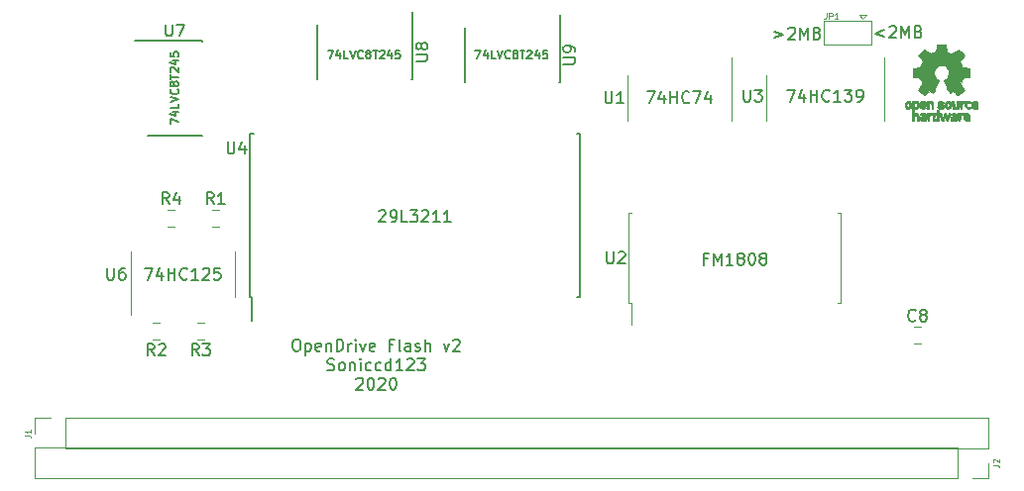
<source format=gbr>
G04 #@! TF.GenerationSoftware,KiCad,Pcbnew,(5.1.4)-1*
G04 #@! TF.CreationDate,2021-02-27T03:26:27-03:00*
G04 #@! TF.ProjectId,OpenDrive-Genesis,4f70656e-4472-4697-9665-2d47656e6573,rev?*
G04 #@! TF.SameCoordinates,Original*
G04 #@! TF.FileFunction,Legend,Top*
G04 #@! TF.FilePolarity,Positive*
%FSLAX46Y46*%
G04 Gerber Fmt 4.6, Leading zero omitted, Abs format (unit mm)*
G04 Created by KiCad (PCBNEW (5.1.4)-1) date 2021-02-27 03:26:27*
%MOMM*%
%LPD*%
G04 APERTURE LIST*
%ADD10C,0.150000*%
%ADD11C,0.010000*%
%ADD12C,0.120000*%
%ADD13C,0.125000*%
G04 APERTURE END LIST*
D10*
X89229000Y-47495666D02*
X89695666Y-47495666D01*
X89395666Y-48195666D01*
X90262333Y-47729000D02*
X90262333Y-48195666D01*
X90095666Y-47462333D02*
X89929000Y-47962333D01*
X90362333Y-47962333D01*
X90962333Y-48195666D02*
X90629000Y-48195666D01*
X90629000Y-47495666D01*
X91095666Y-47495666D02*
X91329000Y-48195666D01*
X91562333Y-47495666D01*
X92195666Y-48129000D02*
X92162333Y-48162333D01*
X92062333Y-48195666D01*
X91995666Y-48195666D01*
X91895666Y-48162333D01*
X91829000Y-48095666D01*
X91795666Y-48029000D01*
X91762333Y-47895666D01*
X91762333Y-47795666D01*
X91795666Y-47662333D01*
X91829000Y-47595666D01*
X91895666Y-47529000D01*
X91995666Y-47495666D01*
X92062333Y-47495666D01*
X92162333Y-47529000D01*
X92195666Y-47562333D01*
X92595666Y-47795666D02*
X92529000Y-47762333D01*
X92495666Y-47729000D01*
X92462333Y-47662333D01*
X92462333Y-47629000D01*
X92495666Y-47562333D01*
X92529000Y-47529000D01*
X92595666Y-47495666D01*
X92729000Y-47495666D01*
X92795666Y-47529000D01*
X92829000Y-47562333D01*
X92862333Y-47629000D01*
X92862333Y-47662333D01*
X92829000Y-47729000D01*
X92795666Y-47762333D01*
X92729000Y-47795666D01*
X92595666Y-47795666D01*
X92529000Y-47829000D01*
X92495666Y-47862333D01*
X92462333Y-47929000D01*
X92462333Y-48062333D01*
X92495666Y-48129000D01*
X92529000Y-48162333D01*
X92595666Y-48195666D01*
X92729000Y-48195666D01*
X92795666Y-48162333D01*
X92829000Y-48129000D01*
X92862333Y-48062333D01*
X92862333Y-47929000D01*
X92829000Y-47862333D01*
X92795666Y-47829000D01*
X92729000Y-47795666D01*
X93062333Y-47495666D02*
X93462333Y-47495666D01*
X93262333Y-48195666D02*
X93262333Y-47495666D01*
X93662333Y-47562333D02*
X93695666Y-47529000D01*
X93762333Y-47495666D01*
X93929000Y-47495666D01*
X93995666Y-47529000D01*
X94029000Y-47562333D01*
X94062333Y-47629000D01*
X94062333Y-47695666D01*
X94029000Y-47795666D01*
X93629000Y-48195666D01*
X94062333Y-48195666D01*
X94662333Y-47729000D02*
X94662333Y-48195666D01*
X94495666Y-47462333D02*
X94329000Y-47962333D01*
X94762333Y-47962333D01*
X95362333Y-47495666D02*
X95029000Y-47495666D01*
X94995666Y-47829000D01*
X95029000Y-47795666D01*
X95095666Y-47762333D01*
X95262333Y-47762333D01*
X95329000Y-47795666D01*
X95362333Y-47829000D01*
X95395666Y-47895666D01*
X95395666Y-48062333D01*
X95362333Y-48129000D01*
X95329000Y-48162333D01*
X95262333Y-48195666D01*
X95095666Y-48195666D01*
X95029000Y-48162333D01*
X94995666Y-48129000D01*
X76656000Y-47495666D02*
X77122666Y-47495666D01*
X76822666Y-48195666D01*
X77689333Y-47729000D02*
X77689333Y-48195666D01*
X77522666Y-47462333D02*
X77356000Y-47962333D01*
X77789333Y-47962333D01*
X78389333Y-48195666D02*
X78056000Y-48195666D01*
X78056000Y-47495666D01*
X78522666Y-47495666D02*
X78756000Y-48195666D01*
X78989333Y-47495666D01*
X79622666Y-48129000D02*
X79589333Y-48162333D01*
X79489333Y-48195666D01*
X79422666Y-48195666D01*
X79322666Y-48162333D01*
X79256000Y-48095666D01*
X79222666Y-48029000D01*
X79189333Y-47895666D01*
X79189333Y-47795666D01*
X79222666Y-47662333D01*
X79256000Y-47595666D01*
X79322666Y-47529000D01*
X79422666Y-47495666D01*
X79489333Y-47495666D01*
X79589333Y-47529000D01*
X79622666Y-47562333D01*
X80022666Y-47795666D02*
X79956000Y-47762333D01*
X79922666Y-47729000D01*
X79889333Y-47662333D01*
X79889333Y-47629000D01*
X79922666Y-47562333D01*
X79956000Y-47529000D01*
X80022666Y-47495666D01*
X80156000Y-47495666D01*
X80222666Y-47529000D01*
X80256000Y-47562333D01*
X80289333Y-47629000D01*
X80289333Y-47662333D01*
X80256000Y-47729000D01*
X80222666Y-47762333D01*
X80156000Y-47795666D01*
X80022666Y-47795666D01*
X79956000Y-47829000D01*
X79922666Y-47862333D01*
X79889333Y-47929000D01*
X79889333Y-48062333D01*
X79922666Y-48129000D01*
X79956000Y-48162333D01*
X80022666Y-48195666D01*
X80156000Y-48195666D01*
X80222666Y-48162333D01*
X80256000Y-48129000D01*
X80289333Y-48062333D01*
X80289333Y-47929000D01*
X80256000Y-47862333D01*
X80222666Y-47829000D01*
X80156000Y-47795666D01*
X80489333Y-47495666D02*
X80889333Y-47495666D01*
X80689333Y-48195666D02*
X80689333Y-47495666D01*
X81089333Y-47562333D02*
X81122666Y-47529000D01*
X81189333Y-47495666D01*
X81356000Y-47495666D01*
X81422666Y-47529000D01*
X81456000Y-47562333D01*
X81489333Y-47629000D01*
X81489333Y-47695666D01*
X81456000Y-47795666D01*
X81056000Y-48195666D01*
X81489333Y-48195666D01*
X82089333Y-47729000D02*
X82089333Y-48195666D01*
X81922666Y-47462333D02*
X81756000Y-47962333D01*
X82189333Y-47962333D01*
X82789333Y-47495666D02*
X82456000Y-47495666D01*
X82422666Y-47829000D01*
X82456000Y-47795666D01*
X82522666Y-47762333D01*
X82689333Y-47762333D01*
X82756000Y-47795666D01*
X82789333Y-47829000D01*
X82822666Y-47895666D01*
X82822666Y-48062333D01*
X82789333Y-48129000D01*
X82756000Y-48162333D01*
X82689333Y-48195666D01*
X82522666Y-48195666D01*
X82456000Y-48162333D01*
X82422666Y-48129000D01*
X73867238Y-72224380D02*
X74057714Y-72224380D01*
X74152952Y-72272000D01*
X74248190Y-72367238D01*
X74295809Y-72557714D01*
X74295809Y-72891047D01*
X74248190Y-73081523D01*
X74152952Y-73176761D01*
X74057714Y-73224380D01*
X73867238Y-73224380D01*
X73772000Y-73176761D01*
X73676761Y-73081523D01*
X73629142Y-72891047D01*
X73629142Y-72557714D01*
X73676761Y-72367238D01*
X73772000Y-72272000D01*
X73867238Y-72224380D01*
X74724380Y-72557714D02*
X74724380Y-73557714D01*
X74724380Y-72605333D02*
X74819619Y-72557714D01*
X75010095Y-72557714D01*
X75105333Y-72605333D01*
X75152952Y-72652952D01*
X75200571Y-72748190D01*
X75200571Y-73033904D01*
X75152952Y-73129142D01*
X75105333Y-73176761D01*
X75010095Y-73224380D01*
X74819619Y-73224380D01*
X74724380Y-73176761D01*
X76010095Y-73176761D02*
X75914857Y-73224380D01*
X75724380Y-73224380D01*
X75629142Y-73176761D01*
X75581523Y-73081523D01*
X75581523Y-72700571D01*
X75629142Y-72605333D01*
X75724380Y-72557714D01*
X75914857Y-72557714D01*
X76010095Y-72605333D01*
X76057714Y-72700571D01*
X76057714Y-72795809D01*
X75581523Y-72891047D01*
X76486285Y-72557714D02*
X76486285Y-73224380D01*
X76486285Y-72652952D02*
X76533904Y-72605333D01*
X76629142Y-72557714D01*
X76772000Y-72557714D01*
X76867238Y-72605333D01*
X76914857Y-72700571D01*
X76914857Y-73224380D01*
X77391047Y-73224380D02*
X77391047Y-72224380D01*
X77629142Y-72224380D01*
X77772000Y-72272000D01*
X77867238Y-72367238D01*
X77914857Y-72462476D01*
X77962476Y-72652952D01*
X77962476Y-72795809D01*
X77914857Y-72986285D01*
X77867238Y-73081523D01*
X77772000Y-73176761D01*
X77629142Y-73224380D01*
X77391047Y-73224380D01*
X78391047Y-73224380D02*
X78391047Y-72557714D01*
X78391047Y-72748190D02*
X78438666Y-72652952D01*
X78486285Y-72605333D01*
X78581523Y-72557714D01*
X78676761Y-72557714D01*
X79010095Y-73224380D02*
X79010095Y-72557714D01*
X79010095Y-72224380D02*
X78962476Y-72272000D01*
X79010095Y-72319619D01*
X79057714Y-72272000D01*
X79010095Y-72224380D01*
X79010095Y-72319619D01*
X79391047Y-72557714D02*
X79629142Y-73224380D01*
X79867238Y-72557714D01*
X80629142Y-73176761D02*
X80533904Y-73224380D01*
X80343428Y-73224380D01*
X80248190Y-73176761D01*
X80200571Y-73081523D01*
X80200571Y-72700571D01*
X80248190Y-72605333D01*
X80343428Y-72557714D01*
X80533904Y-72557714D01*
X80629142Y-72605333D01*
X80676761Y-72700571D01*
X80676761Y-72795809D01*
X80200571Y-72891047D01*
X82200571Y-72700571D02*
X81867238Y-72700571D01*
X81867238Y-73224380D02*
X81867238Y-72224380D01*
X82343428Y-72224380D01*
X82867238Y-73224380D02*
X82772000Y-73176761D01*
X82724380Y-73081523D01*
X82724380Y-72224380D01*
X83676761Y-73224380D02*
X83676761Y-72700571D01*
X83629142Y-72605333D01*
X83533904Y-72557714D01*
X83343428Y-72557714D01*
X83248190Y-72605333D01*
X83676761Y-73176761D02*
X83581523Y-73224380D01*
X83343428Y-73224380D01*
X83248190Y-73176761D01*
X83200571Y-73081523D01*
X83200571Y-72986285D01*
X83248190Y-72891047D01*
X83343428Y-72843428D01*
X83581523Y-72843428D01*
X83676761Y-72795809D01*
X84105333Y-73176761D02*
X84200571Y-73224380D01*
X84391047Y-73224380D01*
X84486285Y-73176761D01*
X84533904Y-73081523D01*
X84533904Y-73033904D01*
X84486285Y-72938666D01*
X84391047Y-72891047D01*
X84248190Y-72891047D01*
X84152952Y-72843428D01*
X84105333Y-72748190D01*
X84105333Y-72700571D01*
X84152952Y-72605333D01*
X84248190Y-72557714D01*
X84391047Y-72557714D01*
X84486285Y-72605333D01*
X84962476Y-73224380D02*
X84962476Y-72224380D01*
X85391047Y-73224380D02*
X85391047Y-72700571D01*
X85343428Y-72605333D01*
X85248190Y-72557714D01*
X85105333Y-72557714D01*
X85010095Y-72605333D01*
X84962476Y-72652952D01*
X86533904Y-72557714D02*
X86772000Y-73224380D01*
X87010095Y-72557714D01*
X87343428Y-72319619D02*
X87391047Y-72272000D01*
X87486285Y-72224380D01*
X87724380Y-72224380D01*
X87819619Y-72272000D01*
X87867238Y-72319619D01*
X87914857Y-72414857D01*
X87914857Y-72510095D01*
X87867238Y-72652952D01*
X87295809Y-73224380D01*
X87914857Y-73224380D01*
X76605333Y-74826761D02*
X76748190Y-74874380D01*
X76986285Y-74874380D01*
X77081523Y-74826761D01*
X77129142Y-74779142D01*
X77176761Y-74683904D01*
X77176761Y-74588666D01*
X77129142Y-74493428D01*
X77081523Y-74445809D01*
X76986285Y-74398190D01*
X76795809Y-74350571D01*
X76700571Y-74302952D01*
X76652952Y-74255333D01*
X76605333Y-74160095D01*
X76605333Y-74064857D01*
X76652952Y-73969619D01*
X76700571Y-73922000D01*
X76795809Y-73874380D01*
X77033904Y-73874380D01*
X77176761Y-73922000D01*
X77748190Y-74874380D02*
X77652952Y-74826761D01*
X77605333Y-74779142D01*
X77557714Y-74683904D01*
X77557714Y-74398190D01*
X77605333Y-74302952D01*
X77652952Y-74255333D01*
X77748190Y-74207714D01*
X77891047Y-74207714D01*
X77986285Y-74255333D01*
X78033904Y-74302952D01*
X78081523Y-74398190D01*
X78081523Y-74683904D01*
X78033904Y-74779142D01*
X77986285Y-74826761D01*
X77891047Y-74874380D01*
X77748190Y-74874380D01*
X78510095Y-74207714D02*
X78510095Y-74874380D01*
X78510095Y-74302952D02*
X78557714Y-74255333D01*
X78652952Y-74207714D01*
X78795809Y-74207714D01*
X78891047Y-74255333D01*
X78938666Y-74350571D01*
X78938666Y-74874380D01*
X79414857Y-74874380D02*
X79414857Y-74207714D01*
X79414857Y-73874380D02*
X79367238Y-73922000D01*
X79414857Y-73969619D01*
X79462476Y-73922000D01*
X79414857Y-73874380D01*
X79414857Y-73969619D01*
X80319619Y-74826761D02*
X80224380Y-74874380D01*
X80033904Y-74874380D01*
X79938666Y-74826761D01*
X79891047Y-74779142D01*
X79843428Y-74683904D01*
X79843428Y-74398190D01*
X79891047Y-74302952D01*
X79938666Y-74255333D01*
X80033904Y-74207714D01*
X80224380Y-74207714D01*
X80319619Y-74255333D01*
X81176761Y-74826761D02*
X81081523Y-74874380D01*
X80891047Y-74874380D01*
X80795809Y-74826761D01*
X80748190Y-74779142D01*
X80700571Y-74683904D01*
X80700571Y-74398190D01*
X80748190Y-74302952D01*
X80795809Y-74255333D01*
X80891047Y-74207714D01*
X81081523Y-74207714D01*
X81176761Y-74255333D01*
X82033904Y-74874380D02*
X82033904Y-73874380D01*
X82033904Y-74826761D02*
X81938666Y-74874380D01*
X81748190Y-74874380D01*
X81652952Y-74826761D01*
X81605333Y-74779142D01*
X81557714Y-74683904D01*
X81557714Y-74398190D01*
X81605333Y-74302952D01*
X81652952Y-74255333D01*
X81748190Y-74207714D01*
X81938666Y-74207714D01*
X82033904Y-74255333D01*
X83033904Y-74874380D02*
X82462476Y-74874380D01*
X82748190Y-74874380D02*
X82748190Y-73874380D01*
X82652952Y-74017238D01*
X82557714Y-74112476D01*
X82462476Y-74160095D01*
X83414857Y-73969619D02*
X83462476Y-73922000D01*
X83557714Y-73874380D01*
X83795809Y-73874380D01*
X83891047Y-73922000D01*
X83938666Y-73969619D01*
X83986285Y-74064857D01*
X83986285Y-74160095D01*
X83938666Y-74302952D01*
X83367238Y-74874380D01*
X83986285Y-74874380D01*
X84319619Y-73874380D02*
X84938666Y-73874380D01*
X84605333Y-74255333D01*
X84748190Y-74255333D01*
X84843428Y-74302952D01*
X84891047Y-74350571D01*
X84938666Y-74445809D01*
X84938666Y-74683904D01*
X84891047Y-74779142D01*
X84843428Y-74826761D01*
X84748190Y-74874380D01*
X84462476Y-74874380D01*
X84367238Y-74826761D01*
X84319619Y-74779142D01*
X79057714Y-75619619D02*
X79105333Y-75572000D01*
X79200571Y-75524380D01*
X79438666Y-75524380D01*
X79533904Y-75572000D01*
X79581523Y-75619619D01*
X79629142Y-75714857D01*
X79629142Y-75810095D01*
X79581523Y-75952952D01*
X79010095Y-76524380D01*
X79629142Y-76524380D01*
X80248190Y-75524380D02*
X80343428Y-75524380D01*
X80438666Y-75572000D01*
X80486285Y-75619619D01*
X80533904Y-75714857D01*
X80581523Y-75905333D01*
X80581523Y-76143428D01*
X80533904Y-76333904D01*
X80486285Y-76429142D01*
X80438666Y-76476761D01*
X80343428Y-76524380D01*
X80248190Y-76524380D01*
X80152952Y-76476761D01*
X80105333Y-76429142D01*
X80057714Y-76333904D01*
X80010095Y-76143428D01*
X80010095Y-75905333D01*
X80057714Y-75714857D01*
X80105333Y-75619619D01*
X80152952Y-75572000D01*
X80248190Y-75524380D01*
X80962476Y-75619619D02*
X81010095Y-75572000D01*
X81105333Y-75524380D01*
X81343428Y-75524380D01*
X81438666Y-75572000D01*
X81486285Y-75619619D01*
X81533904Y-75714857D01*
X81533904Y-75810095D01*
X81486285Y-75952952D01*
X80914857Y-76524380D01*
X81533904Y-76524380D01*
X82152952Y-75524380D02*
X82248190Y-75524380D01*
X82343428Y-75572000D01*
X82391047Y-75619619D01*
X82438666Y-75714857D01*
X82486285Y-75905333D01*
X82486285Y-76143428D01*
X82438666Y-76333904D01*
X82391047Y-76429142D01*
X82343428Y-76476761D01*
X82248190Y-76524380D01*
X82152952Y-76524380D01*
X82057714Y-76476761D01*
X82010095Y-76429142D01*
X81962476Y-76333904D01*
X81914857Y-76143428D01*
X81914857Y-75905333D01*
X81962476Y-75714857D01*
X82010095Y-75619619D01*
X82057714Y-75572000D01*
X82152952Y-75524380D01*
X63167466Y-53798400D02*
X63167466Y-53331733D01*
X63867466Y-53631733D01*
X63400800Y-52765066D02*
X63867466Y-52765066D01*
X63134133Y-52931733D02*
X63634133Y-53098400D01*
X63634133Y-52665066D01*
X63867466Y-52065066D02*
X63867466Y-52398400D01*
X63167466Y-52398400D01*
X63167466Y-51931733D02*
X63867466Y-51698400D01*
X63167466Y-51465066D01*
X63800800Y-50831733D02*
X63834133Y-50865066D01*
X63867466Y-50965066D01*
X63867466Y-51031733D01*
X63834133Y-51131733D01*
X63767466Y-51198400D01*
X63700800Y-51231733D01*
X63567466Y-51265066D01*
X63467466Y-51265066D01*
X63334133Y-51231733D01*
X63267466Y-51198400D01*
X63200800Y-51131733D01*
X63167466Y-51031733D01*
X63167466Y-50965066D01*
X63200800Y-50865066D01*
X63234133Y-50831733D01*
X63467466Y-50431733D02*
X63434133Y-50498400D01*
X63400800Y-50531733D01*
X63334133Y-50565066D01*
X63300800Y-50565066D01*
X63234133Y-50531733D01*
X63200800Y-50498400D01*
X63167466Y-50431733D01*
X63167466Y-50298400D01*
X63200800Y-50231733D01*
X63234133Y-50198400D01*
X63300800Y-50165066D01*
X63334133Y-50165066D01*
X63400800Y-50198400D01*
X63434133Y-50231733D01*
X63467466Y-50298400D01*
X63467466Y-50431733D01*
X63500800Y-50498400D01*
X63534133Y-50531733D01*
X63600800Y-50565066D01*
X63734133Y-50565066D01*
X63800800Y-50531733D01*
X63834133Y-50498400D01*
X63867466Y-50431733D01*
X63867466Y-50298400D01*
X63834133Y-50231733D01*
X63800800Y-50198400D01*
X63734133Y-50165066D01*
X63600800Y-50165066D01*
X63534133Y-50198400D01*
X63500800Y-50231733D01*
X63467466Y-50298400D01*
X63167466Y-49965066D02*
X63167466Y-49565066D01*
X63867466Y-49765066D02*
X63167466Y-49765066D01*
X63234133Y-49365066D02*
X63200800Y-49331733D01*
X63167466Y-49265066D01*
X63167466Y-49098400D01*
X63200800Y-49031733D01*
X63234133Y-48998400D01*
X63300800Y-48965066D01*
X63367466Y-48965066D01*
X63467466Y-48998400D01*
X63867466Y-49398400D01*
X63867466Y-48965066D01*
X63400800Y-48365066D02*
X63867466Y-48365066D01*
X63134133Y-48531733D02*
X63634133Y-48698400D01*
X63634133Y-48265066D01*
X63167466Y-47665066D02*
X63167466Y-47998400D01*
X63500800Y-48031733D01*
X63467466Y-47998400D01*
X63434133Y-47931733D01*
X63434133Y-47765066D01*
X63467466Y-47698400D01*
X63500800Y-47665066D01*
X63567466Y-47631733D01*
X63734133Y-47631733D01*
X63800800Y-47665066D01*
X63834133Y-47698400D01*
X63867466Y-47765066D01*
X63867466Y-47931733D01*
X63834133Y-47998400D01*
X63800800Y-48031733D01*
X109045666Y-65333571D02*
X108712333Y-65333571D01*
X108712333Y-65857380D02*
X108712333Y-64857380D01*
X109188523Y-64857380D01*
X109569476Y-65857380D02*
X109569476Y-64857380D01*
X109902809Y-65571666D01*
X110236142Y-64857380D01*
X110236142Y-65857380D01*
X111236142Y-65857380D02*
X110664714Y-65857380D01*
X110950428Y-65857380D02*
X110950428Y-64857380D01*
X110855190Y-65000238D01*
X110759952Y-65095476D01*
X110664714Y-65143095D01*
X111807571Y-65285952D02*
X111712333Y-65238333D01*
X111664714Y-65190714D01*
X111617095Y-65095476D01*
X111617095Y-65047857D01*
X111664714Y-64952619D01*
X111712333Y-64905000D01*
X111807571Y-64857380D01*
X111998047Y-64857380D01*
X112093285Y-64905000D01*
X112140904Y-64952619D01*
X112188523Y-65047857D01*
X112188523Y-65095476D01*
X112140904Y-65190714D01*
X112093285Y-65238333D01*
X111998047Y-65285952D01*
X111807571Y-65285952D01*
X111712333Y-65333571D01*
X111664714Y-65381190D01*
X111617095Y-65476428D01*
X111617095Y-65666904D01*
X111664714Y-65762142D01*
X111712333Y-65809761D01*
X111807571Y-65857380D01*
X111998047Y-65857380D01*
X112093285Y-65809761D01*
X112140904Y-65762142D01*
X112188523Y-65666904D01*
X112188523Y-65476428D01*
X112140904Y-65381190D01*
X112093285Y-65333571D01*
X111998047Y-65285952D01*
X112807571Y-64857380D02*
X112902809Y-64857380D01*
X112998047Y-64905000D01*
X113045666Y-64952619D01*
X113093285Y-65047857D01*
X113140904Y-65238333D01*
X113140904Y-65476428D01*
X113093285Y-65666904D01*
X113045666Y-65762142D01*
X112998047Y-65809761D01*
X112902809Y-65857380D01*
X112807571Y-65857380D01*
X112712333Y-65809761D01*
X112664714Y-65762142D01*
X112617095Y-65666904D01*
X112569476Y-65476428D01*
X112569476Y-65238333D01*
X112617095Y-65047857D01*
X112664714Y-64952619D01*
X112712333Y-64905000D01*
X112807571Y-64857380D01*
X113712333Y-65285952D02*
X113617095Y-65238333D01*
X113569476Y-65190714D01*
X113521857Y-65095476D01*
X113521857Y-65047857D01*
X113569476Y-64952619D01*
X113617095Y-64905000D01*
X113712333Y-64857380D01*
X113902809Y-64857380D01*
X113998047Y-64905000D01*
X114045666Y-64952619D01*
X114093285Y-65047857D01*
X114093285Y-65095476D01*
X114045666Y-65190714D01*
X113998047Y-65238333D01*
X113902809Y-65285952D01*
X113712333Y-65285952D01*
X113617095Y-65333571D01*
X113569476Y-65381190D01*
X113521857Y-65476428D01*
X113521857Y-65666904D01*
X113569476Y-65762142D01*
X113617095Y-65809761D01*
X113712333Y-65857380D01*
X113902809Y-65857380D01*
X113998047Y-65809761D01*
X114045666Y-65762142D01*
X114093285Y-65666904D01*
X114093285Y-65476428D01*
X114045666Y-65381190D01*
X113998047Y-65333571D01*
X113902809Y-65285952D01*
X81002571Y-61269619D02*
X81050190Y-61222000D01*
X81145428Y-61174380D01*
X81383523Y-61174380D01*
X81478761Y-61222000D01*
X81526380Y-61269619D01*
X81574000Y-61364857D01*
X81574000Y-61460095D01*
X81526380Y-61602952D01*
X80954952Y-62174380D01*
X81574000Y-62174380D01*
X82050190Y-62174380D02*
X82240666Y-62174380D01*
X82335904Y-62126761D01*
X82383523Y-62079142D01*
X82478761Y-61936285D01*
X82526380Y-61745809D01*
X82526380Y-61364857D01*
X82478761Y-61269619D01*
X82431142Y-61222000D01*
X82335904Y-61174380D01*
X82145428Y-61174380D01*
X82050190Y-61222000D01*
X82002571Y-61269619D01*
X81954952Y-61364857D01*
X81954952Y-61602952D01*
X82002571Y-61698190D01*
X82050190Y-61745809D01*
X82145428Y-61793428D01*
X82335904Y-61793428D01*
X82431142Y-61745809D01*
X82478761Y-61698190D01*
X82526380Y-61602952D01*
X83431142Y-62174380D02*
X82954952Y-62174380D01*
X82954952Y-61174380D01*
X83669238Y-61174380D02*
X84288285Y-61174380D01*
X83954952Y-61555333D01*
X84097809Y-61555333D01*
X84193047Y-61602952D01*
X84240666Y-61650571D01*
X84288285Y-61745809D01*
X84288285Y-61983904D01*
X84240666Y-62079142D01*
X84193047Y-62126761D01*
X84097809Y-62174380D01*
X83812095Y-62174380D01*
X83716857Y-62126761D01*
X83669238Y-62079142D01*
X84669238Y-61269619D02*
X84716857Y-61222000D01*
X84812095Y-61174380D01*
X85050190Y-61174380D01*
X85145428Y-61222000D01*
X85193047Y-61269619D01*
X85240666Y-61364857D01*
X85240666Y-61460095D01*
X85193047Y-61602952D01*
X84621619Y-62174380D01*
X85240666Y-62174380D01*
X86193047Y-62174380D02*
X85621619Y-62174380D01*
X85907333Y-62174380D02*
X85907333Y-61174380D01*
X85812095Y-61317238D01*
X85716857Y-61412476D01*
X85621619Y-61460095D01*
X87145428Y-62174380D02*
X86574000Y-62174380D01*
X86859714Y-62174380D02*
X86859714Y-61174380D01*
X86764476Y-61317238D01*
X86669238Y-61412476D01*
X86574000Y-61460095D01*
X61000095Y-66127380D02*
X61666761Y-66127380D01*
X61238190Y-67127380D01*
X62476285Y-66460714D02*
X62476285Y-67127380D01*
X62238190Y-66079761D02*
X62000095Y-66794047D01*
X62619142Y-66794047D01*
X63000095Y-67127380D02*
X63000095Y-66127380D01*
X63000095Y-66603571D02*
X63571523Y-66603571D01*
X63571523Y-67127380D02*
X63571523Y-66127380D01*
X64619142Y-67032142D02*
X64571523Y-67079761D01*
X64428666Y-67127380D01*
X64333428Y-67127380D01*
X64190571Y-67079761D01*
X64095333Y-66984523D01*
X64047714Y-66889285D01*
X64000095Y-66698809D01*
X64000095Y-66555952D01*
X64047714Y-66365476D01*
X64095333Y-66270238D01*
X64190571Y-66175000D01*
X64333428Y-66127380D01*
X64428666Y-66127380D01*
X64571523Y-66175000D01*
X64619142Y-66222619D01*
X65571523Y-67127380D02*
X65000095Y-67127380D01*
X65285809Y-67127380D02*
X65285809Y-66127380D01*
X65190571Y-66270238D01*
X65095333Y-66365476D01*
X65000095Y-66413095D01*
X65952476Y-66222619D02*
X66000095Y-66175000D01*
X66095333Y-66127380D01*
X66333428Y-66127380D01*
X66428666Y-66175000D01*
X66476285Y-66222619D01*
X66523904Y-66317857D01*
X66523904Y-66413095D01*
X66476285Y-66555952D01*
X65904857Y-67127380D01*
X66523904Y-67127380D01*
X67428666Y-66127380D02*
X66952476Y-66127380D01*
X66904857Y-66603571D01*
X66952476Y-66555952D01*
X67047714Y-66508333D01*
X67285809Y-66508333D01*
X67381047Y-66555952D01*
X67428666Y-66603571D01*
X67476285Y-66698809D01*
X67476285Y-66936904D01*
X67428666Y-67032142D01*
X67381047Y-67079761D01*
X67285809Y-67127380D01*
X67047714Y-67127380D01*
X66952476Y-67079761D01*
X66904857Y-67032142D01*
X103894285Y-51014380D02*
X104560952Y-51014380D01*
X104132380Y-52014380D01*
X105370476Y-51347714D02*
X105370476Y-52014380D01*
X105132380Y-50966761D02*
X104894285Y-51681047D01*
X105513333Y-51681047D01*
X105894285Y-52014380D02*
X105894285Y-51014380D01*
X105894285Y-51490571D02*
X106465714Y-51490571D01*
X106465714Y-52014380D02*
X106465714Y-51014380D01*
X107513333Y-51919142D02*
X107465714Y-51966761D01*
X107322857Y-52014380D01*
X107227619Y-52014380D01*
X107084761Y-51966761D01*
X106989523Y-51871523D01*
X106941904Y-51776285D01*
X106894285Y-51585809D01*
X106894285Y-51442952D01*
X106941904Y-51252476D01*
X106989523Y-51157238D01*
X107084761Y-51062000D01*
X107227619Y-51014380D01*
X107322857Y-51014380D01*
X107465714Y-51062000D01*
X107513333Y-51109619D01*
X107846666Y-51014380D02*
X108513333Y-51014380D01*
X108084761Y-52014380D01*
X109322857Y-51347714D02*
X109322857Y-52014380D01*
X109084761Y-50966761D02*
X108846666Y-51681047D01*
X109465714Y-51681047D01*
X115864095Y-50887380D02*
X116530761Y-50887380D01*
X116102190Y-51887380D01*
X117340285Y-51220714D02*
X117340285Y-51887380D01*
X117102190Y-50839761D02*
X116864095Y-51554047D01*
X117483142Y-51554047D01*
X117864095Y-51887380D02*
X117864095Y-50887380D01*
X117864095Y-51363571D02*
X118435523Y-51363571D01*
X118435523Y-51887380D02*
X118435523Y-50887380D01*
X119483142Y-51792142D02*
X119435523Y-51839761D01*
X119292666Y-51887380D01*
X119197428Y-51887380D01*
X119054571Y-51839761D01*
X118959333Y-51744523D01*
X118911714Y-51649285D01*
X118864095Y-51458809D01*
X118864095Y-51315952D01*
X118911714Y-51125476D01*
X118959333Y-51030238D01*
X119054571Y-50935000D01*
X119197428Y-50887380D01*
X119292666Y-50887380D01*
X119435523Y-50935000D01*
X119483142Y-50982619D01*
X120435523Y-51887380D02*
X119864095Y-51887380D01*
X120149809Y-51887380D02*
X120149809Y-50887380D01*
X120054571Y-51030238D01*
X119959333Y-51125476D01*
X119864095Y-51173095D01*
X120768857Y-50887380D02*
X121387904Y-50887380D01*
X121054571Y-51268333D01*
X121197428Y-51268333D01*
X121292666Y-51315952D01*
X121340285Y-51363571D01*
X121387904Y-51458809D01*
X121387904Y-51696904D01*
X121340285Y-51792142D01*
X121292666Y-51839761D01*
X121197428Y-51887380D01*
X120911714Y-51887380D01*
X120816476Y-51839761D01*
X120768857Y-51792142D01*
X121864095Y-51887380D02*
X122054571Y-51887380D01*
X122149809Y-51839761D01*
X122197428Y-51792142D01*
X122292666Y-51649285D01*
X122340285Y-51458809D01*
X122340285Y-51077857D01*
X122292666Y-50982619D01*
X122245047Y-50935000D01*
X122149809Y-50887380D01*
X121959333Y-50887380D01*
X121864095Y-50935000D01*
X121816476Y-50982619D01*
X121768857Y-51077857D01*
X121768857Y-51315952D01*
X121816476Y-51411190D01*
X121864095Y-51458809D01*
X121959333Y-51506428D01*
X122149809Y-51506428D01*
X122245047Y-51458809D01*
X122292666Y-51411190D01*
X122340285Y-51315952D01*
X124182333Y-45759714D02*
X123420428Y-46045428D01*
X124182333Y-46331142D01*
X124610904Y-45521619D02*
X124658523Y-45474000D01*
X124753761Y-45426380D01*
X124991857Y-45426380D01*
X125087095Y-45474000D01*
X125134714Y-45521619D01*
X125182333Y-45616857D01*
X125182333Y-45712095D01*
X125134714Y-45854952D01*
X124563285Y-46426380D01*
X125182333Y-46426380D01*
X125610904Y-46426380D02*
X125610904Y-45426380D01*
X125944238Y-46140666D01*
X126277571Y-45426380D01*
X126277571Y-46426380D01*
X127087095Y-45902571D02*
X127229952Y-45950190D01*
X127277571Y-45997809D01*
X127325190Y-46093047D01*
X127325190Y-46235904D01*
X127277571Y-46331142D01*
X127229952Y-46378761D01*
X127134714Y-46426380D01*
X126753761Y-46426380D01*
X126753761Y-45426380D01*
X127087095Y-45426380D01*
X127182333Y-45474000D01*
X127229952Y-45521619D01*
X127277571Y-45616857D01*
X127277571Y-45712095D01*
X127229952Y-45807333D01*
X127182333Y-45854952D01*
X127087095Y-45902571D01*
X126753761Y-45902571D01*
X114784428Y-45886714D02*
X115546333Y-46172428D01*
X114784428Y-46458142D01*
X115974904Y-45648619D02*
X116022523Y-45601000D01*
X116117761Y-45553380D01*
X116355857Y-45553380D01*
X116451095Y-45601000D01*
X116498714Y-45648619D01*
X116546333Y-45743857D01*
X116546333Y-45839095D01*
X116498714Y-45981952D01*
X115927285Y-46553380D01*
X116546333Y-46553380D01*
X116974904Y-46553380D02*
X116974904Y-45553380D01*
X117308238Y-46267666D01*
X117641571Y-45553380D01*
X117641571Y-46553380D01*
X118451095Y-46029571D02*
X118593952Y-46077190D01*
X118641571Y-46124809D01*
X118689190Y-46220047D01*
X118689190Y-46362904D01*
X118641571Y-46458142D01*
X118593952Y-46505761D01*
X118498714Y-46553380D01*
X118117761Y-46553380D01*
X118117761Y-45553380D01*
X118451095Y-45553380D01*
X118546333Y-45601000D01*
X118593952Y-45648619D01*
X118641571Y-45743857D01*
X118641571Y-45839095D01*
X118593952Y-45934333D01*
X118546333Y-45981952D01*
X118451095Y-46029571D01*
X118117761Y-46029571D01*
D11*
G36*
X126912961Y-51848182D02*
G01*
X127008646Y-51876746D01*
X127063252Y-51940090D01*
X127092135Y-52050309D01*
X127099825Y-52109333D01*
X127097603Y-52284803D01*
X127051077Y-52417889D01*
X126966110Y-52501087D01*
X126848565Y-52526891D01*
X126781703Y-52516534D01*
X126739934Y-52512750D01*
X126718398Y-52540202D01*
X126710560Y-52614678D01*
X126709714Y-52690485D01*
X126712380Y-52801640D01*
X126724735Y-52856081D01*
X126753312Y-52869597D01*
X126781703Y-52864437D01*
X126909566Y-52861124D01*
X127015686Y-52913627D01*
X127066351Y-52981609D01*
X127088960Y-53067345D01*
X127104377Y-53194894D01*
X127108857Y-53309050D01*
X127107189Y-53435301D01*
X127098014Y-53505432D01*
X127075082Y-53535884D01*
X127032137Y-53543098D01*
X127019801Y-53543200D01*
X126972373Y-53538556D01*
X126944613Y-53513923D01*
X126929981Y-53453249D01*
X126921938Y-53340485D01*
X126920015Y-53298271D01*
X126912691Y-53168438D01*
X126900603Y-53095086D01*
X126877095Y-53062152D01*
X126835516Y-53053570D01*
X126818571Y-53053343D01*
X126770291Y-53057761D01*
X126742074Y-53081724D01*
X126727267Y-53141298D01*
X126719215Y-53252548D01*
X126717128Y-53298271D01*
X126709750Y-53428150D01*
X126697579Y-53501530D01*
X126674075Y-53534461D01*
X126632700Y-53542996D01*
X126617342Y-53543200D01*
X126528286Y-53543200D01*
X126528286Y-52179435D01*
X126710754Y-52179435D01*
X126714142Y-52272887D01*
X126735435Y-52323111D01*
X126788715Y-52339681D01*
X126835221Y-52338230D01*
X126889581Y-52310726D01*
X126915745Y-52236581D01*
X126920192Y-52197523D01*
X126911911Y-52085946D01*
X126872665Y-52014453D01*
X126812946Y-51995032D01*
X126764143Y-52019200D01*
X126728529Y-52083143D01*
X126710754Y-52179435D01*
X126528286Y-52179435D01*
X126528286Y-51844082D01*
X126760837Y-51842297D01*
X126912961Y-51848182D01*
X126912961Y-51848182D01*
G37*
X126912961Y-51848182D02*
X127008646Y-51876746D01*
X127063252Y-51940090D01*
X127092135Y-52050309D01*
X127099825Y-52109333D01*
X127097603Y-52284803D01*
X127051077Y-52417889D01*
X126966110Y-52501087D01*
X126848565Y-52526891D01*
X126781703Y-52516534D01*
X126739934Y-52512750D01*
X126718398Y-52540202D01*
X126710560Y-52614678D01*
X126709714Y-52690485D01*
X126712380Y-52801640D01*
X126724735Y-52856081D01*
X126753312Y-52869597D01*
X126781703Y-52864437D01*
X126909566Y-52861124D01*
X127015686Y-52913627D01*
X127066351Y-52981609D01*
X127088960Y-53067345D01*
X127104377Y-53194894D01*
X127108857Y-53309050D01*
X127107189Y-53435301D01*
X127098014Y-53505432D01*
X127075082Y-53535884D01*
X127032137Y-53543098D01*
X127019801Y-53543200D01*
X126972373Y-53538556D01*
X126944613Y-53513923D01*
X126929981Y-53453249D01*
X126921938Y-53340485D01*
X126920015Y-53298271D01*
X126912691Y-53168438D01*
X126900603Y-53095086D01*
X126877095Y-53062152D01*
X126835516Y-53053570D01*
X126818571Y-53053343D01*
X126770291Y-53057761D01*
X126742074Y-53081724D01*
X126727267Y-53141298D01*
X126719215Y-53252548D01*
X126717128Y-53298271D01*
X126709750Y-53428150D01*
X126697579Y-53501530D01*
X126674075Y-53534461D01*
X126632700Y-53542996D01*
X126617342Y-53543200D01*
X126528286Y-53543200D01*
X126528286Y-52179435D01*
X126710754Y-52179435D01*
X126714142Y-52272887D01*
X126735435Y-52323111D01*
X126788715Y-52339681D01*
X126835221Y-52338230D01*
X126889581Y-52310726D01*
X126915745Y-52236581D01*
X126920192Y-52197523D01*
X126911911Y-52085946D01*
X126872665Y-52014453D01*
X126812946Y-51995032D01*
X126764143Y-52019200D01*
X126728529Y-52083143D01*
X126710754Y-52179435D01*
X126528286Y-52179435D01*
X126528286Y-51844082D01*
X126760837Y-51842297D01*
X126912961Y-51848182D01*
G36*
X127589019Y-52879963D02*
G01*
X127636720Y-52904971D01*
X127673798Y-52945492D01*
X127697669Y-53012280D01*
X127712344Y-53121921D01*
X127720069Y-53249685D01*
X127733398Y-53543200D01*
X127499323Y-53543200D01*
X127356009Y-53537689D01*
X127265525Y-53518284D01*
X127208768Y-53480675D01*
X127205195Y-53476843D01*
X127147498Y-53373136D01*
X127149887Y-53337654D01*
X127327471Y-53337654D01*
X127352292Y-53375397D01*
X127412044Y-53393576D01*
X127486728Y-53377710D01*
X127534444Y-53337145D01*
X127535396Y-53334557D01*
X127516495Y-53300025D01*
X127438452Y-53289200D01*
X127350512Y-53301849D01*
X127327471Y-53337654D01*
X127149887Y-53337654D01*
X127154087Y-53275291D01*
X127217066Y-53196678D01*
X127328540Y-53150664D01*
X127401735Y-53144057D01*
X127505054Y-53133288D01*
X127543749Y-53099836D01*
X127544286Y-53093511D01*
X127514753Y-53037487D01*
X127444707Y-53015136D01*
X127365241Y-53033924D01*
X127285706Y-53045021D01*
X127231798Y-53015651D01*
X127184726Y-52972839D01*
X127195032Y-52940040D01*
X127233721Y-52908200D01*
X127335972Y-52865863D01*
X127466577Y-52856353D01*
X127589019Y-52879963D01*
X127589019Y-52879963D01*
G37*
X127589019Y-52879963D02*
X127636720Y-52904971D01*
X127673798Y-52945492D01*
X127697669Y-53012280D01*
X127712344Y-53121921D01*
X127720069Y-53249685D01*
X127733398Y-53543200D01*
X127499323Y-53543200D01*
X127356009Y-53537689D01*
X127265525Y-53518284D01*
X127208768Y-53480675D01*
X127205195Y-53476843D01*
X127147498Y-53373136D01*
X127149887Y-53337654D01*
X127327471Y-53337654D01*
X127352292Y-53375397D01*
X127412044Y-53393576D01*
X127486728Y-53377710D01*
X127534444Y-53337145D01*
X127535396Y-53334557D01*
X127516495Y-53300025D01*
X127438452Y-53289200D01*
X127350512Y-53301849D01*
X127327471Y-53337654D01*
X127149887Y-53337654D01*
X127154087Y-53275291D01*
X127217066Y-53196678D01*
X127328540Y-53150664D01*
X127401735Y-53144057D01*
X127505054Y-53133288D01*
X127543749Y-53099836D01*
X127544286Y-53093511D01*
X127514753Y-53037487D01*
X127444707Y-53015136D01*
X127365241Y-53033924D01*
X127285706Y-53045021D01*
X127231798Y-53015651D01*
X127184726Y-52972839D01*
X127195032Y-52940040D01*
X127233721Y-52908200D01*
X127335972Y-52865863D01*
X127466577Y-52856353D01*
X127589019Y-52879963D01*
G36*
X128814286Y-53543200D02*
G01*
X128602195Y-53543200D01*
X128444041Y-53531800D01*
X128344054Y-53489657D01*
X128290315Y-53404853D01*
X128270909Y-53265469D01*
X128270380Y-53233713D01*
X128430545Y-53233713D01*
X128451791Y-53324733D01*
X128489415Y-53386085D01*
X128516205Y-53397501D01*
X128566853Y-53379719D01*
X128590011Y-53366594D01*
X128622190Y-53306480D01*
X128626297Y-53194792D01*
X128609744Y-53097828D01*
X128573387Y-53052791D01*
X128536413Y-53042185D01*
X128475751Y-53050524D01*
X128441850Y-53109486D01*
X128434211Y-53139843D01*
X128430545Y-53233713D01*
X128270380Y-53233713D01*
X128270000Y-53210984D01*
X128270000Y-53011483D01*
X128152071Y-53028354D01*
X128065184Y-53048325D01*
X128013673Y-53088200D01*
X127988494Y-53164099D01*
X127980602Y-53292140D01*
X127980270Y-53334557D01*
X127977054Y-53453077D01*
X127964269Y-53516003D01*
X127935998Y-53540219D01*
X127907143Y-53543200D01*
X127873339Y-53537970D01*
X127852037Y-53513284D01*
X127840380Y-53455645D01*
X127835511Y-53351556D01*
X127834571Y-53200330D01*
X127834571Y-52857459D01*
X128061357Y-52872501D01*
X128195235Y-52881055D01*
X128286131Y-52885073D01*
X128363469Y-52884956D01*
X128456670Y-52881107D01*
X128505857Y-52878566D01*
X128589096Y-52868842D01*
X128624677Y-52836482D01*
X128632764Y-52758823D01*
X128632857Y-52735843D01*
X128638618Y-52646092D01*
X128665184Y-52607699D01*
X128723571Y-52599771D01*
X128814286Y-52599771D01*
X128814286Y-53543200D01*
X128814286Y-53543200D01*
G37*
X128814286Y-53543200D02*
X128602195Y-53543200D01*
X128444041Y-53531800D01*
X128344054Y-53489657D01*
X128290315Y-53404853D01*
X128270909Y-53265469D01*
X128270380Y-53233713D01*
X128430545Y-53233713D01*
X128451791Y-53324733D01*
X128489415Y-53386085D01*
X128516205Y-53397501D01*
X128566853Y-53379719D01*
X128590011Y-53366594D01*
X128622190Y-53306480D01*
X128626297Y-53194792D01*
X128609744Y-53097828D01*
X128573387Y-53052791D01*
X128536413Y-53042185D01*
X128475751Y-53050524D01*
X128441850Y-53109486D01*
X128434211Y-53139843D01*
X128430545Y-53233713D01*
X128270380Y-53233713D01*
X128270000Y-53210984D01*
X128270000Y-53011483D01*
X128152071Y-53028354D01*
X128065184Y-53048325D01*
X128013673Y-53088200D01*
X127988494Y-53164099D01*
X127980602Y-53292140D01*
X127980270Y-53334557D01*
X127977054Y-53453077D01*
X127964269Y-53516003D01*
X127935998Y-53540219D01*
X127907143Y-53543200D01*
X127873339Y-53537970D01*
X127852037Y-53513284D01*
X127840380Y-53455645D01*
X127835511Y-53351556D01*
X127834571Y-53200330D01*
X127834571Y-52857459D01*
X128061357Y-52872501D01*
X128195235Y-52881055D01*
X128286131Y-52885073D01*
X128363469Y-52884956D01*
X128456670Y-52881107D01*
X128505857Y-52878566D01*
X128589096Y-52868842D01*
X128624677Y-52836482D01*
X128632764Y-52758823D01*
X128632857Y-52735843D01*
X128638618Y-52646092D01*
X128665184Y-52607699D01*
X128723571Y-52599771D01*
X128814286Y-52599771D01*
X128814286Y-53543200D01*
G36*
X129366681Y-52872597D02*
G01*
X129422397Y-52967035D01*
X129455836Y-53058985D01*
X129520524Y-53264198D01*
X129577125Y-53068056D01*
X129618421Y-52947952D01*
X129660703Y-52883961D01*
X129713863Y-52860319D01*
X129758974Y-52857905D01*
X129783332Y-52874132D01*
X129786498Y-52920180D01*
X129768033Y-53007230D01*
X129727499Y-53146464D01*
X129699009Y-53238531D01*
X129650549Y-53386715D01*
X129612948Y-53477919D01*
X129578514Y-53525323D01*
X129539555Y-53542107D01*
X129521200Y-53543200D01*
X129468833Y-53531900D01*
X129432996Y-53486663D01*
X129401968Y-53390480D01*
X129394153Y-53358837D01*
X129363155Y-53251132D01*
X129334951Y-53211591D01*
X129304927Y-53241210D01*
X129268467Y-53340983D01*
X129254375Y-53388985D01*
X129215026Y-53492765D01*
X129168255Y-53538079D01*
X129138262Y-53543200D01*
X129071173Y-53523278D01*
X129049275Y-53497843D01*
X129011039Y-53390107D01*
X128966687Y-53259152D01*
X128922356Y-53123949D01*
X128884184Y-53003471D01*
X128858311Y-52916691D01*
X128850571Y-52883701D01*
X128881557Y-52860883D01*
X128937932Y-52853771D01*
X128993278Y-52864300D01*
X129030564Y-52907484D01*
X129062709Y-53000720D01*
X129071328Y-53033389D01*
X129101583Y-53131783D01*
X129129434Y-53190042D01*
X129142275Y-53197609D01*
X129166057Y-53156294D01*
X129197823Y-53069218D01*
X129213167Y-53017992D01*
X129260068Y-52897738D01*
X129311905Y-52849385D01*
X129366681Y-52872597D01*
X129366681Y-52872597D01*
G37*
X129366681Y-52872597D02*
X129422397Y-52967035D01*
X129455836Y-53058985D01*
X129520524Y-53264198D01*
X129577125Y-53068056D01*
X129618421Y-52947952D01*
X129660703Y-52883961D01*
X129713863Y-52860319D01*
X129758974Y-52857905D01*
X129783332Y-52874132D01*
X129786498Y-52920180D01*
X129768033Y-53007230D01*
X129727499Y-53146464D01*
X129699009Y-53238531D01*
X129650549Y-53386715D01*
X129612948Y-53477919D01*
X129578514Y-53525323D01*
X129539555Y-53542107D01*
X129521200Y-53543200D01*
X129468833Y-53531900D01*
X129432996Y-53486663D01*
X129401968Y-53390480D01*
X129394153Y-53358837D01*
X129363155Y-53251132D01*
X129334951Y-53211591D01*
X129304927Y-53241210D01*
X129268467Y-53340983D01*
X129254375Y-53388985D01*
X129215026Y-53492765D01*
X129168255Y-53538079D01*
X129138262Y-53543200D01*
X129071173Y-53523278D01*
X129049275Y-53497843D01*
X129011039Y-53390107D01*
X128966687Y-53259152D01*
X128922356Y-53123949D01*
X128884184Y-53003471D01*
X128858311Y-52916691D01*
X128850571Y-52883701D01*
X128881557Y-52860883D01*
X128937932Y-52853771D01*
X128993278Y-52864300D01*
X129030564Y-52907484D01*
X129062709Y-53000720D01*
X129071328Y-53033389D01*
X129101583Y-53131783D01*
X129129434Y-53190042D01*
X129142275Y-53197609D01*
X129166057Y-53156294D01*
X129197823Y-53069218D01*
X129213167Y-53017992D01*
X129260068Y-52897738D01*
X129311905Y-52849385D01*
X129366681Y-52872597D01*
G36*
X130130253Y-52861446D02*
G01*
X130251081Y-52905832D01*
X130257640Y-52910257D01*
X130298782Y-52946947D01*
X130323055Y-52997682D01*
X130334762Y-53080648D01*
X130338209Y-53214030D01*
X130338286Y-53251003D01*
X130338286Y-53535262D01*
X130109154Y-53538699D01*
X129973951Y-53533881D01*
X129874636Y-53517084D01*
X129837011Y-53499125D01*
X129803339Y-53424772D01*
X129797228Y-53338238D01*
X129939875Y-53338238D01*
X129963333Y-53373866D01*
X130022148Y-53398210D01*
X130095023Y-53393699D01*
X130148199Y-53365609D01*
X130156857Y-53343628D01*
X130124402Y-53300417D01*
X130048000Y-53289200D01*
X129962043Y-53302150D01*
X129939875Y-53338238D01*
X129797228Y-53338238D01*
X129795983Y-53320623D01*
X129814878Y-53224489D01*
X129837543Y-53187600D01*
X129899026Y-53160433D01*
X130000044Y-53145228D01*
X130037114Y-53144057D01*
X130147493Y-53135229D01*
X130189138Y-53107372D01*
X130163872Y-53058427D01*
X130135768Y-53032754D01*
X130077370Y-53003488D01*
X130011026Y-53027280D01*
X130004171Y-53031490D01*
X129937797Y-53058409D01*
X129883173Y-53029863D01*
X129871046Y-53018018D01*
X129832869Y-52968550D01*
X129851319Y-52930722D01*
X129882578Y-52905982D01*
X129995647Y-52861362D01*
X130130253Y-52861446D01*
X130130253Y-52861446D01*
G37*
X130130253Y-52861446D02*
X130251081Y-52905832D01*
X130257640Y-52910257D01*
X130298782Y-52946947D01*
X130323055Y-52997682D01*
X130334762Y-53080648D01*
X130338209Y-53214030D01*
X130338286Y-53251003D01*
X130338286Y-53535262D01*
X130109154Y-53538699D01*
X129973951Y-53533881D01*
X129874636Y-53517084D01*
X129837011Y-53499125D01*
X129803339Y-53424772D01*
X129797228Y-53338238D01*
X129939875Y-53338238D01*
X129963333Y-53373866D01*
X130022148Y-53398210D01*
X130095023Y-53393699D01*
X130148199Y-53365609D01*
X130156857Y-53343628D01*
X130124402Y-53300417D01*
X130048000Y-53289200D01*
X129962043Y-53302150D01*
X129939875Y-53338238D01*
X129797228Y-53338238D01*
X129795983Y-53320623D01*
X129814878Y-53224489D01*
X129837543Y-53187600D01*
X129899026Y-53160433D01*
X130000044Y-53145228D01*
X130037114Y-53144057D01*
X130147493Y-53135229D01*
X130189138Y-53107372D01*
X130163872Y-53058427D01*
X130135768Y-53032754D01*
X130077370Y-53003488D01*
X130011026Y-53027280D01*
X130004171Y-53031490D01*
X129937797Y-53058409D01*
X129883173Y-53029863D01*
X129871046Y-53018018D01*
X129832869Y-52968550D01*
X129851319Y-52930722D01*
X129882578Y-52905982D01*
X129995647Y-52861362D01*
X130130253Y-52861446D01*
G36*
X130783015Y-52863639D02*
G01*
X130870610Y-52877757D01*
X130902869Y-52893544D01*
X130902824Y-52950448D01*
X130849978Y-53004711D01*
X130762645Y-53039225D01*
X130743845Y-53042117D01*
X130692150Y-53052282D01*
X130662046Y-53079025D01*
X130646432Y-53139209D01*
X130638208Y-53249696D01*
X130635985Y-53298271D01*
X130628607Y-53428150D01*
X130616436Y-53501530D01*
X130592932Y-53534461D01*
X130551557Y-53542996D01*
X130536199Y-53543200D01*
X130494799Y-53540589D01*
X130468752Y-53523658D01*
X130454502Y-53478755D01*
X130448490Y-53392230D01*
X130447160Y-53250434D01*
X130447143Y-53201419D01*
X130447143Y-52859639D01*
X130663888Y-52858602D01*
X130783015Y-52863639D01*
X130783015Y-52863639D01*
G37*
X130783015Y-52863639D02*
X130870610Y-52877757D01*
X130902869Y-52893544D01*
X130902824Y-52950448D01*
X130849978Y-53004711D01*
X130762645Y-53039225D01*
X130743845Y-53042117D01*
X130692150Y-53052282D01*
X130662046Y-53079025D01*
X130646432Y-53139209D01*
X130638208Y-53249696D01*
X130635985Y-53298271D01*
X130628607Y-53428150D01*
X130616436Y-53501530D01*
X130592932Y-53534461D01*
X130551557Y-53542996D01*
X130536199Y-53543200D01*
X130494799Y-53540589D01*
X130468752Y-53523658D01*
X130454502Y-53478755D01*
X130448490Y-53392230D01*
X130447160Y-53250434D01*
X130447143Y-53201419D01*
X130447143Y-52859639D01*
X130663888Y-52858602D01*
X130783015Y-52863639D01*
G36*
X131285872Y-52880906D02*
G01*
X131388665Y-52957803D01*
X131451573Y-53074894D01*
X131463143Y-53160550D01*
X131463143Y-53289200D01*
X131255796Y-53289200D01*
X131141116Y-53290790D01*
X131087097Y-53298857D01*
X131081842Y-53318341D01*
X131109313Y-53350063D01*
X131173349Y-53390472D01*
X131249832Y-53374598D01*
X131254833Y-53372355D01*
X131341106Y-53353804D01*
X131410388Y-53386306D01*
X131459666Y-53428543D01*
X131450336Y-53459905D01*
X131410850Y-53491015D01*
X131311867Y-53531844D01*
X131186756Y-53542885D01*
X131066328Y-53525116D01*
X130981390Y-53479516D01*
X130979340Y-53477319D01*
X130919459Y-53368552D01*
X130896151Y-53232074D01*
X130906874Y-53098700D01*
X131073071Y-53098700D01*
X131091953Y-53133109D01*
X131172857Y-53144057D01*
X131256034Y-53132076D01*
X131272643Y-53098700D01*
X131228907Y-53063281D01*
X131172857Y-53053343D01*
X131101040Y-53070448D01*
X131073071Y-53098700D01*
X130906874Y-53098700D01*
X130907466Y-53091340D01*
X130951451Y-52969802D01*
X131026156Y-52890913D01*
X131028235Y-52889778D01*
X131160095Y-52854723D01*
X131285872Y-52880906D01*
X131285872Y-52880906D01*
G37*
X131285872Y-52880906D02*
X131388665Y-52957803D01*
X131451573Y-53074894D01*
X131463143Y-53160550D01*
X131463143Y-53289200D01*
X131255796Y-53289200D01*
X131141116Y-53290790D01*
X131087097Y-53298857D01*
X131081842Y-53318341D01*
X131109313Y-53350063D01*
X131173349Y-53390472D01*
X131249832Y-53374598D01*
X131254833Y-53372355D01*
X131341106Y-53353804D01*
X131410388Y-53386306D01*
X131459666Y-53428543D01*
X131450336Y-53459905D01*
X131410850Y-53491015D01*
X131311867Y-53531844D01*
X131186756Y-53542885D01*
X131066328Y-53525116D01*
X130981390Y-53479516D01*
X130979340Y-53477319D01*
X130919459Y-53368552D01*
X130896151Y-53232074D01*
X130906874Y-53098700D01*
X131073071Y-53098700D01*
X131091953Y-53133109D01*
X131172857Y-53144057D01*
X131256034Y-53132076D01*
X131272643Y-53098700D01*
X131228907Y-53063281D01*
X131172857Y-53053343D01*
X131101040Y-53070448D01*
X131073071Y-53098700D01*
X130906874Y-53098700D01*
X130907466Y-53091340D01*
X130951451Y-52969802D01*
X131026156Y-52890913D01*
X131028235Y-52889778D01*
X131160095Y-52854723D01*
X131285872Y-52880906D01*
G36*
X126327004Y-51871681D02*
G01*
X126383143Y-51910343D01*
X126439142Y-52010718D01*
X126460926Y-52146141D01*
X126449101Y-52287990D01*
X126404274Y-52407644D01*
X126371733Y-52448303D01*
X126258262Y-52512580D01*
X126129749Y-52523020D01*
X126013290Y-52479181D01*
X125984000Y-52454628D01*
X125935292Y-52365975D01*
X125910246Y-52238841D01*
X125909787Y-52180070D01*
X126057567Y-52180070D01*
X126078596Y-52288375D01*
X126129441Y-52337417D01*
X126206175Y-52338596D01*
X126267029Y-52302228D01*
X126306433Y-52217722D01*
X126298064Y-52115528D01*
X126253623Y-52040006D01*
X126182171Y-52001650D01*
X126119015Y-52021664D01*
X126074149Y-52085864D01*
X126057567Y-52180070D01*
X125909787Y-52180070D01*
X125909162Y-52100153D01*
X125932340Y-51976835D01*
X125977786Y-51897824D01*
X126079172Y-51848641D01*
X126206647Y-51840269D01*
X126327004Y-51871681D01*
X126327004Y-51871681D01*
G37*
X126327004Y-51871681D02*
X126383143Y-51910343D01*
X126439142Y-52010718D01*
X126460926Y-52146141D01*
X126449101Y-52287990D01*
X126404274Y-52407644D01*
X126371733Y-52448303D01*
X126258262Y-52512580D01*
X126129749Y-52523020D01*
X126013290Y-52479181D01*
X125984000Y-52454628D01*
X125935292Y-52365975D01*
X125910246Y-52238841D01*
X125909787Y-52180070D01*
X126057567Y-52180070D01*
X126078596Y-52288375D01*
X126129441Y-52337417D01*
X126206175Y-52338596D01*
X126267029Y-52302228D01*
X126306433Y-52217722D01*
X126298064Y-52115528D01*
X126253623Y-52040006D01*
X126182171Y-52001650D01*
X126119015Y-52021664D01*
X126074149Y-52085864D01*
X126057567Y-52180070D01*
X125909787Y-52180070D01*
X125909162Y-52100153D01*
X125932340Y-51976835D01*
X125977786Y-51897824D01*
X126079172Y-51848641D01*
X126206647Y-51840269D01*
X126327004Y-51871681D01*
G36*
X127572167Y-51870192D02*
G01*
X127671561Y-51957572D01*
X127722175Y-52085091D01*
X127725714Y-52132950D01*
X127721961Y-52192396D01*
X127698799Y-52223338D01*
X127638378Y-52235078D01*
X127526143Y-52236914D01*
X127397337Y-52245062D01*
X127334579Y-52268456D01*
X127339949Y-52305519D01*
X127389134Y-52340891D01*
X127481453Y-52354197D01*
X127518970Y-52339900D01*
X127604388Y-52319157D01*
X127668943Y-52345474D01*
X127689428Y-52397784D01*
X127658203Y-52464766D01*
X127578454Y-52507732D01*
X127471073Y-52523832D01*
X127356953Y-52510219D01*
X127256985Y-52464046D01*
X127248948Y-52457834D01*
X127197076Y-52402622D01*
X127171235Y-52329650D01*
X127163403Y-52213791D01*
X127163286Y-52189501D01*
X127175320Y-52071156D01*
X127337412Y-52071156D01*
X127351902Y-52088310D01*
X127427429Y-52091765D01*
X127435428Y-52091771D01*
X127515718Y-52088883D01*
X127534204Y-52073061D01*
X127501623Y-52033570D01*
X127497633Y-52029567D01*
X127446103Y-51987527D01*
X127404857Y-51999904D01*
X127373224Y-52029567D01*
X127337412Y-52071156D01*
X127175320Y-52071156D01*
X127180539Y-52019834D01*
X127235423Y-51908841D01*
X127332621Y-51850534D01*
X127438419Y-51837771D01*
X127572167Y-51870192D01*
X127572167Y-51870192D01*
G37*
X127572167Y-51870192D02*
X127671561Y-51957572D01*
X127722175Y-52085091D01*
X127725714Y-52132950D01*
X127721961Y-52192396D01*
X127698799Y-52223338D01*
X127638378Y-52235078D01*
X127526143Y-52236914D01*
X127397337Y-52245062D01*
X127334579Y-52268456D01*
X127339949Y-52305519D01*
X127389134Y-52340891D01*
X127481453Y-52354197D01*
X127518970Y-52339900D01*
X127604388Y-52319157D01*
X127668943Y-52345474D01*
X127689428Y-52397784D01*
X127658203Y-52464766D01*
X127578454Y-52507732D01*
X127471073Y-52523832D01*
X127356953Y-52510219D01*
X127256985Y-52464046D01*
X127248948Y-52457834D01*
X127197076Y-52402622D01*
X127171235Y-52329650D01*
X127163403Y-52213791D01*
X127163286Y-52189501D01*
X127175320Y-52071156D01*
X127337412Y-52071156D01*
X127351902Y-52088310D01*
X127427429Y-52091765D01*
X127435428Y-52091771D01*
X127515718Y-52088883D01*
X127534204Y-52073061D01*
X127501623Y-52033570D01*
X127497633Y-52029567D01*
X127446103Y-51987527D01*
X127404857Y-51999904D01*
X127373224Y-52029567D01*
X127337412Y-52071156D01*
X127175320Y-52071156D01*
X127180539Y-52019834D01*
X127235423Y-51908841D01*
X127332621Y-51850534D01*
X127438419Y-51837771D01*
X127572167Y-51870192D01*
G36*
X128154785Y-51845533D02*
G01*
X128250621Y-51876723D01*
X128307467Y-51943204D01*
X128334909Y-52056833D01*
X128342530Y-52229472D01*
X128342571Y-52248843D01*
X128340930Y-52389884D01*
X128333419Y-52473266D01*
X128316157Y-52513872D01*
X128285264Y-52526585D01*
X128270000Y-52527200D01*
X128229276Y-52519162D01*
X128207378Y-52483928D01*
X128198679Y-52404818D01*
X128197429Y-52312077D01*
X128183695Y-52151074D01*
X128144575Y-52045219D01*
X128083194Y-52000322D01*
X128033093Y-52006481D01*
X128002576Y-52039514D01*
X127985637Y-52117749D01*
X127979789Y-52253791D01*
X127979714Y-52277082D01*
X127978330Y-52408534D01*
X127970326Y-52483353D01*
X127949923Y-52517472D01*
X127911342Y-52526824D01*
X127889000Y-52527200D01*
X127846975Y-52524806D01*
X127820471Y-52508562D01*
X127805910Y-52464875D01*
X127799715Y-52380150D01*
X127798309Y-52240794D01*
X127798286Y-52182486D01*
X127798286Y-51837771D01*
X128010376Y-51837771D01*
X128154785Y-51845533D01*
X128154785Y-51845533D01*
G37*
X128154785Y-51845533D02*
X128250621Y-51876723D01*
X128307467Y-51943204D01*
X128334909Y-52056833D01*
X128342530Y-52229472D01*
X128342571Y-52248843D01*
X128340930Y-52389884D01*
X128333419Y-52473266D01*
X128316157Y-52513872D01*
X128285264Y-52526585D01*
X128270000Y-52527200D01*
X128229276Y-52519162D01*
X128207378Y-52483928D01*
X128198679Y-52404818D01*
X128197429Y-52312077D01*
X128183695Y-52151074D01*
X128144575Y-52045219D01*
X128083194Y-52000322D01*
X128033093Y-52006481D01*
X128002576Y-52039514D01*
X127985637Y-52117749D01*
X127979789Y-52253791D01*
X127979714Y-52277082D01*
X127978330Y-52408534D01*
X127970326Y-52483353D01*
X127949923Y-52517472D01*
X127911342Y-52526824D01*
X127889000Y-52527200D01*
X127846975Y-52524806D01*
X127820471Y-52508562D01*
X127805910Y-52464875D01*
X127799715Y-52380150D01*
X127798309Y-52240794D01*
X127798286Y-52182486D01*
X127798286Y-51837771D01*
X128010376Y-51837771D01*
X128154785Y-51845533D01*
G36*
X129087342Y-51849837D02*
G01*
X129180771Y-51879826D01*
X129197422Y-51889982D01*
X129245300Y-51934334D01*
X129234853Y-51973815D01*
X129208590Y-52002381D01*
X129149077Y-52042046D01*
X129081045Y-52025834D01*
X129069684Y-52019948D01*
X128993561Y-51996431D01*
X128928649Y-52001703D01*
X128898281Y-52030772D01*
X128904842Y-52055229D01*
X128954855Y-52083238D01*
X129018384Y-52091771D01*
X129150192Y-52113893D01*
X129226443Y-52181701D01*
X129249714Y-52290562D01*
X129219029Y-52407326D01*
X129136096Y-52487781D01*
X129014596Y-52525947D01*
X128868210Y-52515845D01*
X128790784Y-52491157D01*
X128703026Y-52435959D01*
X128683147Y-52371763D01*
X128713265Y-52322383D01*
X128757438Y-52291672D01*
X128810359Y-52299049D01*
X128879600Y-52334885D01*
X128958190Y-52375476D01*
X129005253Y-52377886D01*
X129050637Y-52342661D01*
X129055232Y-52338090D01*
X129088304Y-52298696D01*
X129077145Y-52276027D01*
X129010278Y-52259269D01*
X128963327Y-52251472D01*
X128813411Y-52207608D01*
X128727611Y-52136341D01*
X128708061Y-52041202D01*
X128756898Y-51925722D01*
X128761915Y-51918416D01*
X128822647Y-51862311D01*
X128915637Y-51839703D01*
X128972694Y-51837771D01*
X129087342Y-51849837D01*
X129087342Y-51849837D01*
G37*
X129087342Y-51849837D02*
X129180771Y-51879826D01*
X129197422Y-51889982D01*
X129245300Y-51934334D01*
X129234853Y-51973815D01*
X129208590Y-52002381D01*
X129149077Y-52042046D01*
X129081045Y-52025834D01*
X129069684Y-52019948D01*
X128993561Y-51996431D01*
X128928649Y-52001703D01*
X128898281Y-52030772D01*
X128904842Y-52055229D01*
X128954855Y-52083238D01*
X129018384Y-52091771D01*
X129150192Y-52113893D01*
X129226443Y-52181701D01*
X129249714Y-52290562D01*
X129219029Y-52407326D01*
X129136096Y-52487781D01*
X129014596Y-52525947D01*
X128868210Y-52515845D01*
X128790784Y-52491157D01*
X128703026Y-52435959D01*
X128683147Y-52371763D01*
X128713265Y-52322383D01*
X128757438Y-52291672D01*
X128810359Y-52299049D01*
X128879600Y-52334885D01*
X128958190Y-52375476D01*
X129005253Y-52377886D01*
X129050637Y-52342661D01*
X129055232Y-52338090D01*
X129088304Y-52298696D01*
X129077145Y-52276027D01*
X129010278Y-52259269D01*
X128963327Y-52251472D01*
X128813411Y-52207608D01*
X128727611Y-52136341D01*
X128708061Y-52041202D01*
X128756898Y-51925722D01*
X128761915Y-51918416D01*
X128822647Y-51862311D01*
X128915637Y-51839703D01*
X128972694Y-51837771D01*
X129087342Y-51849837D01*
G36*
X129721233Y-51862832D02*
G01*
X129794000Y-51910343D01*
X129850000Y-52010718D01*
X129871783Y-52146141D01*
X129859958Y-52287990D01*
X129815131Y-52407644D01*
X129782590Y-52448303D01*
X129664824Y-52513486D01*
X129529597Y-52520758D01*
X129404364Y-52469207D01*
X129393953Y-52461193D01*
X129337548Y-52375506D01*
X129308092Y-52249169D01*
X129307316Y-52178860D01*
X129468422Y-52178860D01*
X129471391Y-52271133D01*
X129491619Y-52321581D01*
X129560172Y-52346454D01*
X129638420Y-52322605D01*
X129684744Y-52273944D01*
X129709386Y-52179607D01*
X129693089Y-52090718D01*
X129647235Y-52024329D01*
X129583205Y-51997488D01*
X129517258Y-52023017D01*
X129484727Y-52084333D01*
X129468422Y-52178860D01*
X129307316Y-52178860D01*
X129306548Y-52109289D01*
X129333878Y-51982976D01*
X129374471Y-51912822D01*
X129471824Y-51853421D01*
X129597559Y-51836698D01*
X129721233Y-51862832D01*
X129721233Y-51862832D01*
G37*
X129721233Y-51862832D02*
X129794000Y-51910343D01*
X129850000Y-52010718D01*
X129871783Y-52146141D01*
X129859958Y-52287990D01*
X129815131Y-52407644D01*
X129782590Y-52448303D01*
X129664824Y-52513486D01*
X129529597Y-52520758D01*
X129404364Y-52469207D01*
X129393953Y-52461193D01*
X129337548Y-52375506D01*
X129308092Y-52249169D01*
X129307316Y-52178860D01*
X129468422Y-52178860D01*
X129471391Y-52271133D01*
X129491619Y-52321581D01*
X129560172Y-52346454D01*
X129638420Y-52322605D01*
X129684744Y-52273944D01*
X129709386Y-52179607D01*
X129693089Y-52090718D01*
X129647235Y-52024329D01*
X129583205Y-51997488D01*
X129517258Y-52023017D01*
X129484727Y-52084333D01*
X129468422Y-52178860D01*
X129307316Y-52178860D01*
X129306548Y-52109289D01*
X129333878Y-51982976D01*
X129374471Y-51912822D01*
X129471824Y-51853421D01*
X129597559Y-51836698D01*
X129721233Y-51862832D01*
G36*
X130073764Y-51841910D02*
G01*
X130102587Y-51865047D01*
X130117630Y-51923260D01*
X130125695Y-52032629D01*
X130127985Y-52082700D01*
X130135309Y-52212533D01*
X130147397Y-52285885D01*
X130170905Y-52318819D01*
X130212484Y-52327401D01*
X130229429Y-52327628D01*
X130277709Y-52323210D01*
X130305925Y-52299247D01*
X130320733Y-52239673D01*
X130328785Y-52128423D01*
X130330872Y-52082700D01*
X130338250Y-51952821D01*
X130350421Y-51879441D01*
X130373925Y-51846510D01*
X130415300Y-51837975D01*
X130430658Y-51837771D01*
X130472058Y-51840382D01*
X130498105Y-51857313D01*
X130512355Y-51902216D01*
X130518367Y-51988741D01*
X130519697Y-52130537D01*
X130519714Y-52179552D01*
X130519714Y-52521332D01*
X130306319Y-52522353D01*
X130167829Y-52514217D01*
X130061259Y-52491384D01*
X130025520Y-52474087D01*
X129989440Y-52432852D01*
X129966053Y-52362331D01*
X129951576Y-52246459D01*
X129944788Y-52131286D01*
X129931459Y-51837771D01*
X130024357Y-51837771D01*
X130073764Y-51841910D01*
X130073764Y-51841910D01*
G37*
X130073764Y-51841910D02*
X130102587Y-51865047D01*
X130117630Y-51923260D01*
X130125695Y-52032629D01*
X130127985Y-52082700D01*
X130135309Y-52212533D01*
X130147397Y-52285885D01*
X130170905Y-52318819D01*
X130212484Y-52327401D01*
X130229429Y-52327628D01*
X130277709Y-52323210D01*
X130305925Y-52299247D01*
X130320733Y-52239673D01*
X130328785Y-52128423D01*
X130330872Y-52082700D01*
X130338250Y-51952821D01*
X130350421Y-51879441D01*
X130373925Y-51846510D01*
X130415300Y-51837975D01*
X130430658Y-51837771D01*
X130472058Y-51840382D01*
X130498105Y-51857313D01*
X130512355Y-51902216D01*
X130518367Y-51988741D01*
X130519697Y-52130537D01*
X130519714Y-52179552D01*
X130519714Y-52521332D01*
X130306319Y-52522353D01*
X130167829Y-52514217D01*
X130061259Y-52491384D01*
X130025520Y-52474087D01*
X129989440Y-52432852D01*
X129966053Y-52362331D01*
X129951576Y-52246459D01*
X129944788Y-52131286D01*
X129931459Y-51837771D01*
X130024357Y-51837771D01*
X130073764Y-51841910D01*
G36*
X130962420Y-51845054D02*
G01*
X131047459Y-51854703D01*
X131077314Y-51866244D01*
X131074779Y-51919141D01*
X131030104Y-51974111D01*
X130968651Y-52006578D01*
X130934144Y-52004982D01*
X130856814Y-51999729D01*
X130805581Y-52055742D01*
X130778799Y-52176003D01*
X130773714Y-52295786D01*
X130771366Y-52421967D01*
X130760943Y-52491808D01*
X130737373Y-52521479D01*
X130701143Y-52527200D01*
X130667256Y-52521943D01*
X130645939Y-52497148D01*
X130634307Y-52439282D01*
X130629480Y-52334808D01*
X130628571Y-52186386D01*
X130628571Y-51845572D01*
X130844675Y-51842530D01*
X130962420Y-51845054D01*
X130962420Y-51845054D01*
G37*
X130962420Y-51845054D02*
X131047459Y-51854703D01*
X131077314Y-51866244D01*
X131074779Y-51919141D01*
X131030104Y-51974111D01*
X130968651Y-52006578D01*
X130934144Y-52004982D01*
X130856814Y-51999729D01*
X130805581Y-52055742D01*
X130778799Y-52176003D01*
X130773714Y-52295786D01*
X130771366Y-52421967D01*
X130760943Y-52491808D01*
X130737373Y-52521479D01*
X130701143Y-52527200D01*
X130667256Y-52521943D01*
X130645939Y-52497148D01*
X130634307Y-52439282D01*
X130629480Y-52334808D01*
X130628571Y-52186386D01*
X130628571Y-51845572D01*
X130844675Y-51842530D01*
X130962420Y-51845054D01*
G36*
X131473674Y-51861792D02*
G01*
X131549169Y-51899552D01*
X131587002Y-51948318D01*
X131571750Y-52002275D01*
X131557092Y-52016515D01*
X131491947Y-52041855D01*
X131429177Y-52020441D01*
X131331279Y-52000874D01*
X131251947Y-52041316D01*
X131211406Y-52129224D01*
X131209698Y-52156548D01*
X131225329Y-52272712D01*
X131276632Y-52329750D01*
X131372741Y-52336081D01*
X131399716Y-52331711D01*
X131507388Y-52327517D01*
X131572509Y-52355185D01*
X131585326Y-52404351D01*
X131536084Y-52464647D01*
X131529370Y-52469502D01*
X131404796Y-52519497D01*
X131269863Y-52516956D01*
X131154480Y-52463025D01*
X131145085Y-52454772D01*
X131073117Y-52347313D01*
X131041537Y-52212548D01*
X131049158Y-52073206D01*
X131094795Y-51952018D01*
X131175448Y-51872670D01*
X131271391Y-51842538D01*
X131375940Y-51840849D01*
X131473674Y-51861792D01*
X131473674Y-51861792D01*
G37*
X131473674Y-51861792D02*
X131549169Y-51899552D01*
X131587002Y-51948318D01*
X131571750Y-52002275D01*
X131557092Y-52016515D01*
X131491947Y-52041855D01*
X131429177Y-52020441D01*
X131331279Y-52000874D01*
X131251947Y-52041316D01*
X131211406Y-52129224D01*
X131209698Y-52156548D01*
X131225329Y-52272712D01*
X131276632Y-52329750D01*
X131372741Y-52336081D01*
X131399716Y-52331711D01*
X131507388Y-52327517D01*
X131572509Y-52355185D01*
X131585326Y-52404351D01*
X131536084Y-52464647D01*
X131529370Y-52469502D01*
X131404796Y-52519497D01*
X131269863Y-52516956D01*
X131154480Y-52463025D01*
X131145085Y-52454772D01*
X131073117Y-52347313D01*
X131041537Y-52212548D01*
X131049158Y-52073206D01*
X131094795Y-51952018D01*
X131175448Y-51872670D01*
X131271391Y-51842538D01*
X131375940Y-51840849D01*
X131473674Y-51861792D01*
G36*
X132019233Y-51862881D02*
G01*
X132112103Y-51937533D01*
X132151271Y-52060711D01*
X132152571Y-52093829D01*
X132152571Y-52236914D01*
X131954139Y-52236914D01*
X131838672Y-52240822D01*
X131782765Y-52254994D01*
X131773703Y-52283105D01*
X131775516Y-52288537D01*
X131833041Y-52352197D01*
X131922516Y-52362167D01*
X131978005Y-52342099D01*
X132050194Y-52323034D01*
X132111447Y-52362590D01*
X132149984Y-52412257D01*
X132131865Y-52449981D01*
X132100279Y-52474989D01*
X131979484Y-52523424D01*
X131843327Y-52517238D01*
X131720991Y-52459099D01*
X131697351Y-52438135D01*
X131637981Y-52359193D01*
X131612106Y-52260781D01*
X131608286Y-52172834D01*
X131628150Y-52032265D01*
X131793408Y-52032265D01*
X131803778Y-52068123D01*
X131870289Y-52089850D01*
X131906347Y-52091771D01*
X131982434Y-52088400D01*
X131996635Y-52070940D01*
X131963589Y-52032381D01*
X131894499Y-51994018D01*
X131846956Y-51994956D01*
X131793408Y-52032265D01*
X131628150Y-52032265D01*
X131631609Y-52007794D01*
X131700453Y-51897175D01*
X131813133Y-51843106D01*
X131873768Y-51837771D01*
X132019233Y-51862881D01*
X132019233Y-51862881D01*
G37*
X132019233Y-51862881D02*
X132112103Y-51937533D01*
X132151271Y-52060711D01*
X132152571Y-52093829D01*
X132152571Y-52236914D01*
X131954139Y-52236914D01*
X131838672Y-52240822D01*
X131782765Y-52254994D01*
X131773703Y-52283105D01*
X131775516Y-52288537D01*
X131833041Y-52352197D01*
X131922516Y-52362167D01*
X131978005Y-52342099D01*
X132050194Y-52323034D01*
X132111447Y-52362590D01*
X132149984Y-52412257D01*
X132131865Y-52449981D01*
X132100279Y-52474989D01*
X131979484Y-52523424D01*
X131843327Y-52517238D01*
X131720991Y-52459099D01*
X131697351Y-52438135D01*
X131637981Y-52359193D01*
X131612106Y-52260781D01*
X131608286Y-52172834D01*
X131628150Y-52032265D01*
X131793408Y-52032265D01*
X131803778Y-52068123D01*
X131870289Y-52089850D01*
X131906347Y-52091771D01*
X131982434Y-52088400D01*
X131996635Y-52070940D01*
X131963589Y-52032381D01*
X131894499Y-51994018D01*
X131846956Y-51994956D01*
X131793408Y-52032265D01*
X131628150Y-52032265D01*
X131631609Y-52007794D01*
X131700453Y-51897175D01*
X131813133Y-51843106D01*
X131873768Y-51837771D01*
X132019233Y-51862881D01*
G36*
X129445551Y-47291389D02*
G01*
X129474645Y-47435167D01*
X129502481Y-47550312D01*
X129524585Y-47619125D01*
X129531146Y-47630007D01*
X129577389Y-47655054D01*
X129668880Y-47696206D01*
X129754554Y-47731834D01*
X129950965Y-47810948D01*
X130214055Y-47629074D01*
X130335332Y-47547553D01*
X130434876Y-47484930D01*
X130497210Y-47450764D01*
X130508550Y-47447200D01*
X130547430Y-47471665D01*
X130620520Y-47535340D01*
X130713313Y-47623646D01*
X130811301Y-47722005D01*
X130899978Y-47815837D01*
X130964836Y-47890564D01*
X130991368Y-47931605D01*
X130991428Y-47932472D01*
X130971795Y-47973813D01*
X130919420Y-48058445D01*
X130844091Y-48170855D01*
X130811537Y-48217553D01*
X130631645Y-48472886D01*
X130688067Y-48604115D01*
X130735697Y-48718856D01*
X130776730Y-48823959D01*
X130780000Y-48832850D01*
X130846223Y-48921827D01*
X130912541Y-48949409D01*
X131000429Y-48966325D01*
X131128246Y-48990543D01*
X131236357Y-49010836D01*
X131463143Y-49053213D01*
X131463143Y-49764211D01*
X131185064Y-49809070D01*
X131043840Y-49837884D01*
X130926227Y-49872792D01*
X130854722Y-49906922D01*
X130849278Y-49911636D01*
X130805939Y-49977161D01*
X130755571Y-50084644D01*
X130723556Y-50169441D01*
X130655541Y-50369538D01*
X130823485Y-50609784D01*
X130901850Y-50725640D01*
X130960694Y-50819785D01*
X130989923Y-50875839D01*
X130991429Y-50882306D01*
X130966928Y-50921662D01*
X130903154Y-50995132D01*
X130814701Y-51088195D01*
X130716162Y-51186334D01*
X130622130Y-51275029D01*
X130547197Y-51339761D01*
X130505958Y-51366013D01*
X130505203Y-51366057D01*
X130463089Y-51346284D01*
X130378791Y-51293823D01*
X130268604Y-51218961D01*
X130239003Y-51198008D01*
X130003504Y-51029960D01*
X129878117Y-51089753D01*
X129791278Y-51124574D01*
X129733755Y-51135677D01*
X129727333Y-51133849D01*
X129705699Y-51096471D01*
X129662460Y-51003455D01*
X129602810Y-50866605D01*
X129531943Y-50697723D01*
X129485824Y-50585002D01*
X129269711Y-50051851D01*
X129406646Y-49941998D01*
X129564507Y-49775885D01*
X129655955Y-49588251D01*
X129679161Y-49386783D01*
X129632294Y-49179167D01*
X129603500Y-49115253D01*
X129482042Y-48945369D01*
X129325495Y-48829911D01*
X129146982Y-48769061D01*
X128959628Y-48763005D01*
X128776556Y-48811925D01*
X128610889Y-48916005D01*
X128475750Y-49075429D01*
X128461649Y-49099273D01*
X128391141Y-49292212D01*
X128387807Y-49491883D01*
X128448792Y-49685986D01*
X128571239Y-49862221D01*
X128657353Y-49941998D01*
X128794289Y-50051851D01*
X128578176Y-50585002D01*
X128503046Y-50767528D01*
X128435990Y-50925164D01*
X128382204Y-51046104D01*
X128346882Y-51118546D01*
X128336667Y-51133849D01*
X128290583Y-51129797D01*
X128208331Y-51100024D01*
X128185883Y-51089753D01*
X128060496Y-51029960D01*
X127824997Y-51198008D01*
X127710587Y-51276899D01*
X127617647Y-51335921D01*
X127562629Y-51364768D01*
X127556772Y-51366057D01*
X127518145Y-51341851D01*
X127442771Y-51277160D01*
X127344143Y-51183871D01*
X127298309Y-51138295D01*
X127197391Y-51033260D01*
X127119759Y-50946348D01*
X127077177Y-50891004D01*
X127072571Y-50880282D01*
X127092078Y-50838269D01*
X127143883Y-50753565D01*
X127217911Y-50642395D01*
X127240515Y-50609784D01*
X127408459Y-50369538D01*
X127340444Y-50169441D01*
X127293136Y-50049086D01*
X127243482Y-49951465D01*
X127214722Y-49911636D01*
X127152247Y-49878230D01*
X127040225Y-49842996D01*
X126901153Y-49812806D01*
X126878936Y-49809070D01*
X126600857Y-49764211D01*
X126600857Y-49053213D01*
X126827643Y-49010836D01*
X126964789Y-48985064D01*
X127086727Y-48961904D01*
X127151459Y-48949409D01*
X127246214Y-48896820D01*
X127284000Y-48832850D01*
X127323028Y-48731980D01*
X127370938Y-48615787D01*
X127375933Y-48604115D01*
X127432355Y-48472886D01*
X127252463Y-48217553D01*
X127170944Y-48098375D01*
X127108693Y-48000758D01*
X127075516Y-47940350D01*
X127072571Y-47930447D01*
X127097019Y-47891535D01*
X127160650Y-47818385D01*
X127248894Y-47725517D01*
X127347182Y-47627450D01*
X127440945Y-47538705D01*
X127515612Y-47473802D01*
X127556614Y-47447260D01*
X127557475Y-47447200D01*
X127598645Y-47466598D01*
X127683760Y-47518460D01*
X127797560Y-47593287D01*
X127852247Y-47630666D01*
X128117640Y-47814132D01*
X128327520Y-47725625D01*
X128433699Y-47677877D01*
X128505535Y-47630765D01*
X128553069Y-47568201D01*
X128586337Y-47474101D01*
X128615377Y-47332377D01*
X128631462Y-47238557D01*
X128675700Y-46975486D01*
X129386952Y-46975486D01*
X129445551Y-47291389D01*
X129445551Y-47291389D01*
G37*
X129445551Y-47291389D02*
X129474645Y-47435167D01*
X129502481Y-47550312D01*
X129524585Y-47619125D01*
X129531146Y-47630007D01*
X129577389Y-47655054D01*
X129668880Y-47696206D01*
X129754554Y-47731834D01*
X129950965Y-47810948D01*
X130214055Y-47629074D01*
X130335332Y-47547553D01*
X130434876Y-47484930D01*
X130497210Y-47450764D01*
X130508550Y-47447200D01*
X130547430Y-47471665D01*
X130620520Y-47535340D01*
X130713313Y-47623646D01*
X130811301Y-47722005D01*
X130899978Y-47815837D01*
X130964836Y-47890564D01*
X130991368Y-47931605D01*
X130991428Y-47932472D01*
X130971795Y-47973813D01*
X130919420Y-48058445D01*
X130844091Y-48170855D01*
X130811537Y-48217553D01*
X130631645Y-48472886D01*
X130688067Y-48604115D01*
X130735697Y-48718856D01*
X130776730Y-48823959D01*
X130780000Y-48832850D01*
X130846223Y-48921827D01*
X130912541Y-48949409D01*
X131000429Y-48966325D01*
X131128246Y-48990543D01*
X131236357Y-49010836D01*
X131463143Y-49053213D01*
X131463143Y-49764211D01*
X131185064Y-49809070D01*
X131043840Y-49837884D01*
X130926227Y-49872792D01*
X130854722Y-49906922D01*
X130849278Y-49911636D01*
X130805939Y-49977161D01*
X130755571Y-50084644D01*
X130723556Y-50169441D01*
X130655541Y-50369538D01*
X130823485Y-50609784D01*
X130901850Y-50725640D01*
X130960694Y-50819785D01*
X130989923Y-50875839D01*
X130991429Y-50882306D01*
X130966928Y-50921662D01*
X130903154Y-50995132D01*
X130814701Y-51088195D01*
X130716162Y-51186334D01*
X130622130Y-51275029D01*
X130547197Y-51339761D01*
X130505958Y-51366013D01*
X130505203Y-51366057D01*
X130463089Y-51346284D01*
X130378791Y-51293823D01*
X130268604Y-51218961D01*
X130239003Y-51198008D01*
X130003504Y-51029960D01*
X129878117Y-51089753D01*
X129791278Y-51124574D01*
X129733755Y-51135677D01*
X129727333Y-51133849D01*
X129705699Y-51096471D01*
X129662460Y-51003455D01*
X129602810Y-50866605D01*
X129531943Y-50697723D01*
X129485824Y-50585002D01*
X129269711Y-50051851D01*
X129406646Y-49941998D01*
X129564507Y-49775885D01*
X129655955Y-49588251D01*
X129679161Y-49386783D01*
X129632294Y-49179167D01*
X129603500Y-49115253D01*
X129482042Y-48945369D01*
X129325495Y-48829911D01*
X129146982Y-48769061D01*
X128959628Y-48763005D01*
X128776556Y-48811925D01*
X128610889Y-48916005D01*
X128475750Y-49075429D01*
X128461649Y-49099273D01*
X128391141Y-49292212D01*
X128387807Y-49491883D01*
X128448792Y-49685986D01*
X128571239Y-49862221D01*
X128657353Y-49941998D01*
X128794289Y-50051851D01*
X128578176Y-50585002D01*
X128503046Y-50767528D01*
X128435990Y-50925164D01*
X128382204Y-51046104D01*
X128346882Y-51118546D01*
X128336667Y-51133849D01*
X128290583Y-51129797D01*
X128208331Y-51100024D01*
X128185883Y-51089753D01*
X128060496Y-51029960D01*
X127824997Y-51198008D01*
X127710587Y-51276899D01*
X127617647Y-51335921D01*
X127562629Y-51364768D01*
X127556772Y-51366057D01*
X127518145Y-51341851D01*
X127442771Y-51277160D01*
X127344143Y-51183871D01*
X127298309Y-51138295D01*
X127197391Y-51033260D01*
X127119759Y-50946348D01*
X127077177Y-50891004D01*
X127072571Y-50880282D01*
X127092078Y-50838269D01*
X127143883Y-50753565D01*
X127217911Y-50642395D01*
X127240515Y-50609784D01*
X127408459Y-50369538D01*
X127340444Y-50169441D01*
X127293136Y-50049086D01*
X127243482Y-49951465D01*
X127214722Y-49911636D01*
X127152247Y-49878230D01*
X127040225Y-49842996D01*
X126901153Y-49812806D01*
X126878936Y-49809070D01*
X126600857Y-49764211D01*
X126600857Y-49053213D01*
X126827643Y-49010836D01*
X126964789Y-48985064D01*
X127086727Y-48961904D01*
X127151459Y-48949409D01*
X127246214Y-48896820D01*
X127284000Y-48832850D01*
X127323028Y-48731980D01*
X127370938Y-48615787D01*
X127375933Y-48604115D01*
X127432355Y-48472886D01*
X127252463Y-48217553D01*
X127170944Y-48098375D01*
X127108693Y-48000758D01*
X127075516Y-47940350D01*
X127072571Y-47930447D01*
X127097019Y-47891535D01*
X127160650Y-47818385D01*
X127248894Y-47725517D01*
X127347182Y-47627450D01*
X127440945Y-47538705D01*
X127515612Y-47473802D01*
X127556614Y-47447260D01*
X127557475Y-47447200D01*
X127598645Y-47466598D01*
X127683760Y-47518460D01*
X127797560Y-47593287D01*
X127852247Y-47630666D01*
X128117640Y-47814132D01*
X128327520Y-47725625D01*
X128433699Y-47677877D01*
X128505535Y-47630765D01*
X128553069Y-47568201D01*
X128586337Y-47474101D01*
X128615377Y-47332377D01*
X128631462Y-47238557D01*
X128675700Y-46975486D01*
X129386952Y-46975486D01*
X129445551Y-47291389D01*
D10*
X96379400Y-50229400D02*
X96354400Y-50229400D01*
X88329400Y-50229400D02*
X88354400Y-50229400D01*
X88329400Y-45579400D02*
X88354400Y-45579400D01*
X96429400Y-44504400D02*
X96429400Y-50229400D01*
X88329400Y-45579400D02*
X88329400Y-50229400D01*
X75731000Y-45325400D02*
X75731000Y-49975400D01*
X83831000Y-44250400D02*
X83831000Y-49975400D01*
X75731000Y-45325400D02*
X75756000Y-45325400D01*
X75731000Y-49975400D02*
X75756000Y-49975400D01*
X83781000Y-49975400D02*
X83756000Y-49975400D01*
X61231000Y-54804800D02*
X65881000Y-54804800D01*
X60156000Y-46704800D02*
X65881000Y-46704800D01*
X61231000Y-54804800D02*
X61231000Y-54779800D01*
X65881000Y-54804800D02*
X65881000Y-54779800D01*
X65881000Y-46754800D02*
X65881000Y-46779800D01*
X70174000Y-68595000D02*
X70174000Y-70595000D01*
X98174000Y-68595000D02*
X98174000Y-54595000D01*
X69974000Y-68595000D02*
X69974000Y-54595000D01*
X97874000Y-68595000D02*
X98174000Y-68595000D01*
X97874000Y-54595000D02*
X98174000Y-54595000D01*
X69974000Y-54595000D02*
X70274000Y-54595000D01*
X69974000Y-68595000D02*
X70174000Y-68595000D01*
D12*
X65515748Y-72211000D02*
X66038252Y-72211000D01*
X65515748Y-70791000D02*
X66038252Y-70791000D01*
X62975748Y-62559000D02*
X63498252Y-62559000D01*
X62975748Y-61139000D02*
X63498252Y-61139000D01*
X66785748Y-62559000D02*
X67308252Y-62559000D01*
X66785748Y-61139000D02*
X67308252Y-61139000D01*
X61705748Y-72211000D02*
X62228252Y-72211000D01*
X61705748Y-70791000D02*
X62228252Y-70791000D01*
X59827000Y-66675000D02*
X59827000Y-70125000D01*
X59827000Y-66675000D02*
X59827000Y-64725000D01*
X68697000Y-66675000D02*
X68697000Y-68625000D01*
X68697000Y-66675000D02*
X68697000Y-64725000D01*
X114066000Y-51562000D02*
X114066000Y-53512000D01*
X114066000Y-51562000D02*
X114066000Y-49612000D01*
X124186000Y-51562000D02*
X124186000Y-53512000D01*
X124186000Y-51562000D02*
X124186000Y-48112000D01*
X102564000Y-69138000D02*
X102564000Y-70953000D01*
X102319000Y-69138000D02*
X102564000Y-69138000D01*
X102319000Y-65278000D02*
X102319000Y-69138000D01*
X102319000Y-61418000D02*
X102564000Y-61418000D01*
X102319000Y-65278000D02*
X102319000Y-61418000D01*
X120439000Y-69138000D02*
X120194000Y-69138000D01*
X120439000Y-65278000D02*
X120439000Y-69138000D01*
X120439000Y-61418000D02*
X120194000Y-61418000D01*
X120439000Y-65278000D02*
X120439000Y-61418000D01*
X102245000Y-51562000D02*
X102245000Y-53512000D01*
X102245000Y-51562000D02*
X102245000Y-49612000D01*
X111115000Y-51562000D02*
X111115000Y-53512000D01*
X111115000Y-51562000D02*
X111115000Y-48112000D01*
X123081000Y-46974000D02*
X118981000Y-46974000D01*
X118981000Y-46974000D02*
X118981000Y-44974000D01*
X118981000Y-44974000D02*
X123081000Y-44974000D01*
X123081000Y-44974000D02*
X123081000Y-46974000D01*
X122331000Y-44774000D02*
X122631000Y-44474000D01*
X122631000Y-44474000D02*
X122031000Y-44474000D01*
X122331000Y-44774000D02*
X122031000Y-44474000D01*
X126729748Y-72592000D02*
X127252252Y-72592000D01*
X126729748Y-71172000D02*
X127252252Y-71172000D01*
X51629000Y-80264000D02*
X51629000Y-78934000D01*
X51629000Y-78934000D02*
X52959000Y-78934000D01*
X54229000Y-78934000D02*
X133029000Y-78934000D01*
X133029000Y-81594000D02*
X133029000Y-78934000D01*
X54229000Y-81594000D02*
X133029000Y-81594000D01*
X54229000Y-81594000D02*
X54229000Y-78934000D01*
X133029000Y-82804000D02*
X133029000Y-84134000D01*
X133029000Y-84134000D02*
X131699000Y-84134000D01*
X130429000Y-84134000D02*
X51629000Y-84134000D01*
X51629000Y-81474000D02*
X51629000Y-84134000D01*
X130429000Y-81474000D02*
X51629000Y-81474000D01*
X130429000Y-81474000D02*
X130429000Y-84134000D01*
D10*
X96756780Y-48666304D02*
X97566304Y-48666304D01*
X97661542Y-48618685D01*
X97709161Y-48571066D01*
X97756780Y-48475828D01*
X97756780Y-48285352D01*
X97709161Y-48190114D01*
X97661542Y-48142495D01*
X97566304Y-48094876D01*
X96756780Y-48094876D01*
X97756780Y-47571066D02*
X97756780Y-47380590D01*
X97709161Y-47285352D01*
X97661542Y-47237733D01*
X97518685Y-47142495D01*
X97328209Y-47094876D01*
X96947257Y-47094876D01*
X96852019Y-47142495D01*
X96804400Y-47190114D01*
X96756780Y-47285352D01*
X96756780Y-47475828D01*
X96804400Y-47571066D01*
X96852019Y-47618685D01*
X96947257Y-47666304D01*
X97185352Y-47666304D01*
X97280590Y-47618685D01*
X97328209Y-47571066D01*
X97375828Y-47475828D01*
X97375828Y-47285352D01*
X97328209Y-47190114D01*
X97280590Y-47142495D01*
X97185352Y-47094876D01*
X84158380Y-48412304D02*
X84967904Y-48412304D01*
X85063142Y-48364685D01*
X85110761Y-48317066D01*
X85158380Y-48221828D01*
X85158380Y-48031352D01*
X85110761Y-47936114D01*
X85063142Y-47888495D01*
X84967904Y-47840876D01*
X84158380Y-47840876D01*
X84586952Y-47221828D02*
X84539333Y-47317066D01*
X84491714Y-47364685D01*
X84396476Y-47412304D01*
X84348857Y-47412304D01*
X84253619Y-47364685D01*
X84206000Y-47317066D01*
X84158380Y-47221828D01*
X84158380Y-47031352D01*
X84206000Y-46936114D01*
X84253619Y-46888495D01*
X84348857Y-46840876D01*
X84396476Y-46840876D01*
X84491714Y-46888495D01*
X84539333Y-46936114D01*
X84586952Y-47031352D01*
X84586952Y-47221828D01*
X84634571Y-47317066D01*
X84682190Y-47364685D01*
X84777428Y-47412304D01*
X84967904Y-47412304D01*
X85063142Y-47364685D01*
X85110761Y-47317066D01*
X85158380Y-47221828D01*
X85158380Y-47031352D01*
X85110761Y-46936114D01*
X85063142Y-46888495D01*
X84967904Y-46840876D01*
X84777428Y-46840876D01*
X84682190Y-46888495D01*
X84634571Y-46936114D01*
X84586952Y-47031352D01*
X62794095Y-45282180D02*
X62794095Y-46091704D01*
X62841714Y-46186942D01*
X62889333Y-46234561D01*
X62984571Y-46282180D01*
X63175047Y-46282180D01*
X63270285Y-46234561D01*
X63317904Y-46186942D01*
X63365523Y-46091704D01*
X63365523Y-45282180D01*
X63746476Y-45282180D02*
X64413142Y-45282180D01*
X63984571Y-46282180D01*
X68072095Y-55332380D02*
X68072095Y-56141904D01*
X68119714Y-56237142D01*
X68167333Y-56284761D01*
X68262571Y-56332380D01*
X68453047Y-56332380D01*
X68548285Y-56284761D01*
X68595904Y-56237142D01*
X68643523Y-56141904D01*
X68643523Y-55332380D01*
X69548285Y-55665714D02*
X69548285Y-56332380D01*
X69310190Y-55284761D02*
X69072095Y-55999047D01*
X69691142Y-55999047D01*
X65610333Y-73604380D02*
X65277000Y-73128190D01*
X65038904Y-73604380D02*
X65038904Y-72604380D01*
X65419857Y-72604380D01*
X65515095Y-72652000D01*
X65562714Y-72699619D01*
X65610333Y-72794857D01*
X65610333Y-72937714D01*
X65562714Y-73032952D01*
X65515095Y-73080571D01*
X65419857Y-73128190D01*
X65038904Y-73128190D01*
X65943666Y-72604380D02*
X66562714Y-72604380D01*
X66229380Y-72985333D01*
X66372238Y-72985333D01*
X66467476Y-73032952D01*
X66515095Y-73080571D01*
X66562714Y-73175809D01*
X66562714Y-73413904D01*
X66515095Y-73509142D01*
X66467476Y-73556761D01*
X66372238Y-73604380D01*
X66086523Y-73604380D01*
X65991285Y-73556761D01*
X65943666Y-73509142D01*
X63070333Y-60651380D02*
X62737000Y-60175190D01*
X62498904Y-60651380D02*
X62498904Y-59651380D01*
X62879857Y-59651380D01*
X62975095Y-59699000D01*
X63022714Y-59746619D01*
X63070333Y-59841857D01*
X63070333Y-59984714D01*
X63022714Y-60079952D01*
X62975095Y-60127571D01*
X62879857Y-60175190D01*
X62498904Y-60175190D01*
X63927476Y-59984714D02*
X63927476Y-60651380D01*
X63689380Y-59603761D02*
X63451285Y-60318047D01*
X64070333Y-60318047D01*
X66880333Y-60651380D02*
X66547000Y-60175190D01*
X66308904Y-60651380D02*
X66308904Y-59651380D01*
X66689857Y-59651380D01*
X66785095Y-59699000D01*
X66832714Y-59746619D01*
X66880333Y-59841857D01*
X66880333Y-59984714D01*
X66832714Y-60079952D01*
X66785095Y-60127571D01*
X66689857Y-60175190D01*
X66308904Y-60175190D01*
X67832714Y-60651380D02*
X67261285Y-60651380D01*
X67547000Y-60651380D02*
X67547000Y-59651380D01*
X67451761Y-59794238D01*
X67356523Y-59889476D01*
X67261285Y-59937095D01*
X61809333Y-73604380D02*
X61476000Y-73128190D01*
X61237904Y-73604380D02*
X61237904Y-72604380D01*
X61618857Y-72604380D01*
X61714095Y-72652000D01*
X61761714Y-72699619D01*
X61809333Y-72794857D01*
X61809333Y-72937714D01*
X61761714Y-73032952D01*
X61714095Y-73080571D01*
X61618857Y-73128190D01*
X61237904Y-73128190D01*
X62190285Y-72699619D02*
X62237904Y-72652000D01*
X62333142Y-72604380D01*
X62571238Y-72604380D01*
X62666476Y-72652000D01*
X62714095Y-72699619D01*
X62761714Y-72794857D01*
X62761714Y-72890095D01*
X62714095Y-73032952D01*
X62142666Y-73604380D01*
X62761714Y-73604380D01*
X57785095Y-66127380D02*
X57785095Y-66936904D01*
X57832714Y-67032142D01*
X57880333Y-67079761D01*
X57975571Y-67127380D01*
X58166047Y-67127380D01*
X58261285Y-67079761D01*
X58308904Y-67032142D01*
X58356523Y-66936904D01*
X58356523Y-66127380D01*
X59261285Y-66127380D02*
X59070809Y-66127380D01*
X58975571Y-66175000D01*
X58927952Y-66222619D01*
X58832714Y-66365476D01*
X58785095Y-66555952D01*
X58785095Y-66936904D01*
X58832714Y-67032142D01*
X58880333Y-67079761D01*
X58975571Y-67127380D01*
X59166047Y-67127380D01*
X59261285Y-67079761D01*
X59308904Y-67032142D01*
X59356523Y-66936904D01*
X59356523Y-66698809D01*
X59308904Y-66603571D01*
X59261285Y-66555952D01*
X59166047Y-66508333D01*
X58975571Y-66508333D01*
X58880333Y-66555952D01*
X58832714Y-66603571D01*
X58785095Y-66698809D01*
X112141095Y-50887380D02*
X112141095Y-51696904D01*
X112188714Y-51792142D01*
X112236333Y-51839761D01*
X112331571Y-51887380D01*
X112522047Y-51887380D01*
X112617285Y-51839761D01*
X112664904Y-51792142D01*
X112712523Y-51696904D01*
X112712523Y-50887380D01*
X113093476Y-50887380D02*
X113712523Y-50887380D01*
X113379190Y-51268333D01*
X113522047Y-51268333D01*
X113617285Y-51315952D01*
X113664904Y-51363571D01*
X113712523Y-51458809D01*
X113712523Y-51696904D01*
X113664904Y-51792142D01*
X113617285Y-51839761D01*
X113522047Y-51887380D01*
X113236333Y-51887380D01*
X113141095Y-51839761D01*
X113093476Y-51792142D01*
X100457095Y-64730380D02*
X100457095Y-65539904D01*
X100504714Y-65635142D01*
X100552333Y-65682761D01*
X100647571Y-65730380D01*
X100838047Y-65730380D01*
X100933285Y-65682761D01*
X100980904Y-65635142D01*
X101028523Y-65539904D01*
X101028523Y-64730380D01*
X101457095Y-64825619D02*
X101504714Y-64778000D01*
X101599952Y-64730380D01*
X101838047Y-64730380D01*
X101933285Y-64778000D01*
X101980904Y-64825619D01*
X102028523Y-64920857D01*
X102028523Y-65016095D01*
X101980904Y-65158952D01*
X101409476Y-65730380D01*
X102028523Y-65730380D01*
X100330095Y-51014380D02*
X100330095Y-51823904D01*
X100377714Y-51919142D01*
X100425333Y-51966761D01*
X100520571Y-52014380D01*
X100711047Y-52014380D01*
X100806285Y-51966761D01*
X100853904Y-51919142D01*
X100901523Y-51823904D01*
X100901523Y-51014380D01*
X101901523Y-52014380D02*
X101330095Y-52014380D01*
X101615809Y-52014380D02*
X101615809Y-51014380D01*
X101520571Y-51157238D01*
X101425333Y-51252476D01*
X101330095Y-51300095D01*
D13*
X119217333Y-44303190D02*
X119217333Y-44660333D01*
X119193523Y-44731761D01*
X119145904Y-44779380D01*
X119074476Y-44803190D01*
X119026857Y-44803190D01*
X119455428Y-44803190D02*
X119455428Y-44303190D01*
X119645904Y-44303190D01*
X119693523Y-44327000D01*
X119717333Y-44350809D01*
X119741142Y-44398428D01*
X119741142Y-44469857D01*
X119717333Y-44517476D01*
X119693523Y-44541285D01*
X119645904Y-44565095D01*
X119455428Y-44565095D01*
X120217333Y-44803190D02*
X119931619Y-44803190D01*
X120074476Y-44803190D02*
X120074476Y-44303190D01*
X120026857Y-44374619D01*
X119979238Y-44422238D01*
X119931619Y-44446047D01*
D10*
X126824333Y-70589142D02*
X126776714Y-70636761D01*
X126633857Y-70684380D01*
X126538619Y-70684380D01*
X126395761Y-70636761D01*
X126300523Y-70541523D01*
X126252904Y-70446285D01*
X126205285Y-70255809D01*
X126205285Y-70112952D01*
X126252904Y-69922476D01*
X126300523Y-69827238D01*
X126395761Y-69732000D01*
X126538619Y-69684380D01*
X126633857Y-69684380D01*
X126776714Y-69732000D01*
X126824333Y-69779619D01*
X127395761Y-70112952D02*
X127300523Y-70065333D01*
X127252904Y-70017714D01*
X127205285Y-69922476D01*
X127205285Y-69874857D01*
X127252904Y-69779619D01*
X127300523Y-69732000D01*
X127395761Y-69684380D01*
X127586238Y-69684380D01*
X127681476Y-69732000D01*
X127729095Y-69779619D01*
X127776714Y-69874857D01*
X127776714Y-69922476D01*
X127729095Y-70017714D01*
X127681476Y-70065333D01*
X127586238Y-70112952D01*
X127395761Y-70112952D01*
X127300523Y-70160571D01*
X127252904Y-70208190D01*
X127205285Y-70303428D01*
X127205285Y-70493904D01*
X127252904Y-70589142D01*
X127300523Y-70636761D01*
X127395761Y-70684380D01*
X127586238Y-70684380D01*
X127681476Y-70636761D01*
X127729095Y-70589142D01*
X127776714Y-70493904D01*
X127776714Y-70303428D01*
X127729095Y-70208190D01*
X127681476Y-70160571D01*
X127586238Y-70112952D01*
D13*
X50780190Y-80430666D02*
X51137333Y-80430666D01*
X51208761Y-80454476D01*
X51256380Y-80502095D01*
X51280190Y-80573523D01*
X51280190Y-80621142D01*
X51280190Y-79930666D02*
X51280190Y-80216380D01*
X51280190Y-80073523D02*
X50780190Y-80073523D01*
X50851619Y-80121142D01*
X50899238Y-80168761D01*
X50923047Y-80216380D01*
X133457190Y-82970666D02*
X133814333Y-82970666D01*
X133885761Y-82994476D01*
X133933380Y-83042095D01*
X133957190Y-83113523D01*
X133957190Y-83161142D01*
X133504809Y-82756380D02*
X133481000Y-82732571D01*
X133457190Y-82684952D01*
X133457190Y-82565904D01*
X133481000Y-82518285D01*
X133504809Y-82494476D01*
X133552428Y-82470666D01*
X133600047Y-82470666D01*
X133671476Y-82494476D01*
X133957190Y-82780190D01*
X133957190Y-82470666D01*
M02*

</source>
